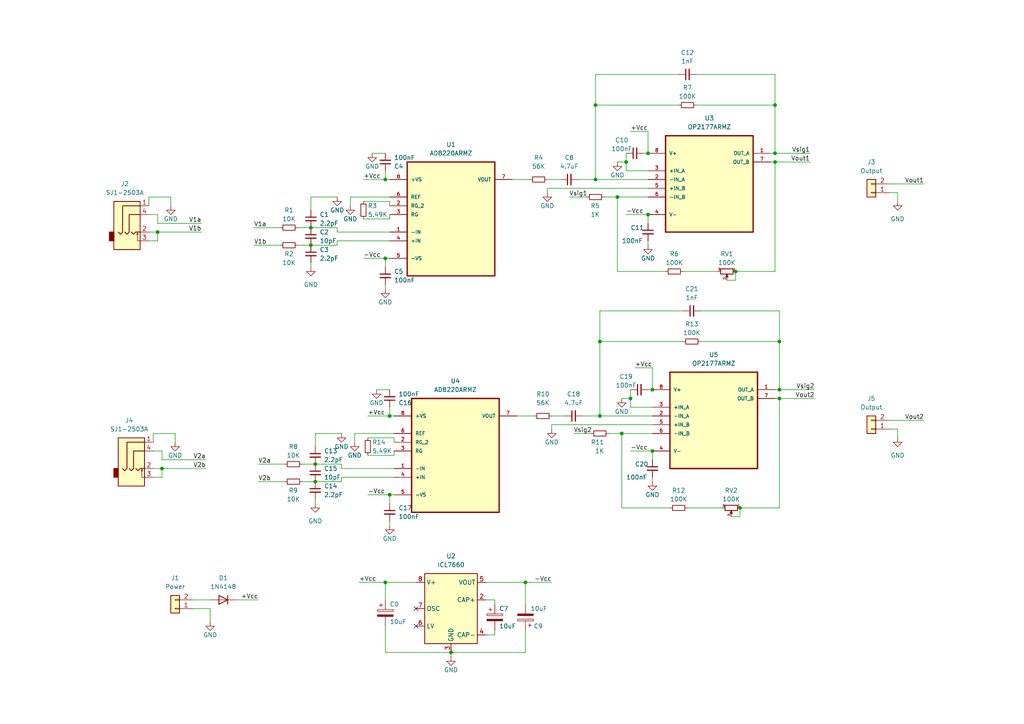
<source format=kicad_sch>
(kicad_sch (version 20211123) (generator eeschema)

  (uuid e63e39d7-6ac0-4ffd-8aa3-1841a4541b55)

  (paper "A4")

  (title_block
    (title "2-channel Differential Bio-amplifier")
    (date "2023-06-10")
    (rev "1.0")
    (company "RehabExo Pty Ltd")
    (comment 1 "Dr. Monzurul Alam")
  )

  (lib_symbols
    (symbol "Connector_Generic:Conn_01x02" (pin_names (offset 1.016) hide) (in_bom yes) (on_board yes)
      (property "Reference" "J" (id 0) (at 0 2.54 0)
        (effects (font (size 1.27 1.27)))
      )
      (property "Value" "Conn_01x02" (id 1) (at 0 -5.08 0)
        (effects (font (size 1.27 1.27)))
      )
      (property "Footprint" "" (id 2) (at 0 0 0)
        (effects (font (size 1.27 1.27)) hide)
      )
      (property "Datasheet" "~" (id 3) (at 0 0 0)
        (effects (font (size 1.27 1.27)) hide)
      )
      (property "ki_keywords" "connector" (id 4) (at 0 0 0)
        (effects (font (size 1.27 1.27)) hide)
      )
      (property "ki_description" "Generic connector, single row, 01x02, script generated (kicad-library-utils/schlib/autogen/connector/)" (id 5) (at 0 0 0)
        (effects (font (size 1.27 1.27)) hide)
      )
      (property "ki_fp_filters" "Connector*:*_1x??_*" (id 6) (at 0 0 0)
        (effects (font (size 1.27 1.27)) hide)
      )
      (symbol "Conn_01x02_1_1"
        (rectangle (start -1.27 -2.413) (end 0 -2.667)
          (stroke (width 0.1524) (type default) (color 0 0 0 0))
          (fill (type none))
        )
        (rectangle (start -1.27 0.127) (end 0 -0.127)
          (stroke (width 0.1524) (type default) (color 0 0 0 0))
          (fill (type none))
        )
        (rectangle (start -1.27 1.27) (end 1.27 -3.81)
          (stroke (width 0.254) (type default) (color 0 0 0 0))
          (fill (type background))
        )
        (pin passive line (at -5.08 0 0) (length 3.81)
          (name "Pin_1" (effects (font (size 1.27 1.27))))
          (number "1" (effects (font (size 1.27 1.27))))
        )
        (pin passive line (at -5.08 -2.54 0) (length 3.81)
          (name "Pin_2" (effects (font (size 1.27 1.27))))
          (number "2" (effects (font (size 1.27 1.27))))
        )
      )
    )
    (symbol "Device:C_Polarized" (pin_numbers hide) (pin_names (offset 0.254)) (in_bom yes) (on_board yes)
      (property "Reference" "C" (id 0) (at 0.635 2.54 0)
        (effects (font (size 1.27 1.27)) (justify left))
      )
      (property "Value" "C_Polarized" (id 1) (at 0.635 -2.54 0)
        (effects (font (size 1.27 1.27)) (justify left))
      )
      (property "Footprint" "" (id 2) (at 0.9652 -3.81 0)
        (effects (font (size 1.27 1.27)) hide)
      )
      (property "Datasheet" "~" (id 3) (at 0 0 0)
        (effects (font (size 1.27 1.27)) hide)
      )
      (property "ki_keywords" "cap capacitor" (id 4) (at 0 0 0)
        (effects (font (size 1.27 1.27)) hide)
      )
      (property "ki_description" "Polarized capacitor" (id 5) (at 0 0 0)
        (effects (font (size 1.27 1.27)) hide)
      )
      (property "ki_fp_filters" "CP_*" (id 6) (at 0 0 0)
        (effects (font (size 1.27 1.27)) hide)
      )
      (symbol "C_Polarized_0_1"
        (rectangle (start -2.286 0.508) (end 2.286 1.016)
          (stroke (width 0) (type default) (color 0 0 0 0))
          (fill (type none))
        )
        (polyline
          (pts
            (xy -1.778 2.286)
            (xy -0.762 2.286)
          )
          (stroke (width 0) (type default) (color 0 0 0 0))
          (fill (type none))
        )
        (polyline
          (pts
            (xy -1.27 2.794)
            (xy -1.27 1.778)
          )
          (stroke (width 0) (type default) (color 0 0 0 0))
          (fill (type none))
        )
        (rectangle (start 2.286 -0.508) (end -2.286 -1.016)
          (stroke (width 0) (type default) (color 0 0 0 0))
          (fill (type outline))
        )
      )
      (symbol "C_Polarized_1_1"
        (pin passive line (at 0 3.81 270) (length 2.794)
          (name "~" (effects (font (size 1.27 1.27))))
          (number "1" (effects (font (size 1.27 1.27))))
        )
        (pin passive line (at 0 -3.81 90) (length 2.794)
          (name "~" (effects (font (size 1.27 1.27))))
          (number "2" (effects (font (size 1.27 1.27))))
        )
      )
    )
    (symbol "Device:C_Small" (pin_numbers hide) (pin_names (offset 0.254) hide) (in_bom yes) (on_board yes)
      (property "Reference" "C" (id 0) (at 0.254 1.778 0)
        (effects (font (size 1.27 1.27)) (justify left))
      )
      (property "Value" "C_Small" (id 1) (at 0.254 -2.032 0)
        (effects (font (size 1.27 1.27)) (justify left))
      )
      (property "Footprint" "" (id 2) (at 0 0 0)
        (effects (font (size 1.27 1.27)) hide)
      )
      (property "Datasheet" "~" (id 3) (at 0 0 0)
        (effects (font (size 1.27 1.27)) hide)
      )
      (property "ki_keywords" "capacitor cap" (id 4) (at 0 0 0)
        (effects (font (size 1.27 1.27)) hide)
      )
      (property "ki_description" "Unpolarized capacitor, small symbol" (id 5) (at 0 0 0)
        (effects (font (size 1.27 1.27)) hide)
      )
      (property "ki_fp_filters" "C_*" (id 6) (at 0 0 0)
        (effects (font (size 1.27 1.27)) hide)
      )
      (symbol "C_Small_0_1"
        (polyline
          (pts
            (xy -1.524 -0.508)
            (xy 1.524 -0.508)
          )
          (stroke (width 0.3302) (type default) (color 0 0 0 0))
          (fill (type none))
        )
        (polyline
          (pts
            (xy -1.524 0.508)
            (xy 1.524 0.508)
          )
          (stroke (width 0.3048) (type default) (color 0 0 0 0))
          (fill (type none))
        )
      )
      (symbol "C_Small_1_1"
        (pin passive line (at 0 2.54 270) (length 2.032)
          (name "~" (effects (font (size 1.27 1.27))))
          (number "1" (effects (font (size 1.27 1.27))))
        )
        (pin passive line (at 0 -2.54 90) (length 2.032)
          (name "~" (effects (font (size 1.27 1.27))))
          (number "2" (effects (font (size 1.27 1.27))))
        )
      )
    )
    (symbol "Device:R_Potentiometer_Small" (pin_names (offset 1.016) hide) (in_bom yes) (on_board yes)
      (property "Reference" "RV" (id 0) (at -4.445 0 90)
        (effects (font (size 1.27 1.27)))
      )
      (property "Value" "R_Potentiometer_Small" (id 1) (at -2.54 0 90)
        (effects (font (size 1.27 1.27)))
      )
      (property "Footprint" "" (id 2) (at 0 0 0)
        (effects (font (size 1.27 1.27)) hide)
      )
      (property "Datasheet" "~" (id 3) (at 0 0 0)
        (effects (font (size 1.27 1.27)) hide)
      )
      (property "ki_keywords" "resistor variable" (id 4) (at 0 0 0)
        (effects (font (size 1.27 1.27)) hide)
      )
      (property "ki_description" "Potentiometer" (id 5) (at 0 0 0)
        (effects (font (size 1.27 1.27)) hide)
      )
      (property "ki_fp_filters" "Potentiometer*" (id 6) (at 0 0 0)
        (effects (font (size 1.27 1.27)) hide)
      )
      (symbol "R_Potentiometer_Small_0_1"
        (polyline
          (pts
            (xy 0.889 0)
            (xy 0.635 0)
            (xy 1.651 0.381)
            (xy 1.651 -0.381)
            (xy 0.635 0)
            (xy 0.889 0)
          )
          (stroke (width 0) (type default) (color 0 0 0 0))
          (fill (type outline))
        )
        (rectangle (start 0.762 1.8034) (end -0.762 -1.8034)
          (stroke (width 0.254) (type default) (color 0 0 0 0))
          (fill (type none))
        )
      )
      (symbol "R_Potentiometer_Small_1_1"
        (pin passive line (at 0 2.54 270) (length 0.635)
          (name "1" (effects (font (size 0.635 0.635))))
          (number "1" (effects (font (size 0.635 0.635))))
        )
        (pin passive line (at 2.54 0 180) (length 0.9906)
          (name "2" (effects (font (size 0.635 0.635))))
          (number "2" (effects (font (size 0.635 0.635))))
        )
        (pin passive line (at 0 -2.54 90) (length 0.635)
          (name "3" (effects (font (size 0.635 0.635))))
          (number "3" (effects (font (size 0.635 0.635))))
        )
      )
    )
    (symbol "Device:R_Small" (pin_numbers hide) (pin_names (offset 0.254) hide) (in_bom yes) (on_board yes)
      (property "Reference" "R" (id 0) (at 0.762 0.508 0)
        (effects (font (size 1.27 1.27)) (justify left))
      )
      (property "Value" "R_Small" (id 1) (at 0.762 -1.016 0)
        (effects (font (size 1.27 1.27)) (justify left))
      )
      (property "Footprint" "" (id 2) (at 0 0 0)
        (effects (font (size 1.27 1.27)) hide)
      )
      (property "Datasheet" "~" (id 3) (at 0 0 0)
        (effects (font (size 1.27 1.27)) hide)
      )
      (property "ki_keywords" "R resistor" (id 4) (at 0 0 0)
        (effects (font (size 1.27 1.27)) hide)
      )
      (property "ki_description" "Resistor, small symbol" (id 5) (at 0 0 0)
        (effects (font (size 1.27 1.27)) hide)
      )
      (property "ki_fp_filters" "R_*" (id 6) (at 0 0 0)
        (effects (font (size 1.27 1.27)) hide)
      )
      (symbol "R_Small_0_1"
        (rectangle (start -0.762 1.778) (end 0.762 -1.778)
          (stroke (width 0.2032) (type default) (color 0 0 0 0))
          (fill (type none))
        )
      )
      (symbol "R_Small_1_1"
        (pin passive line (at 0 2.54 270) (length 0.762)
          (name "~" (effects (font (size 1.27 1.27))))
          (number "1" (effects (font (size 1.27 1.27))))
        )
        (pin passive line (at 0 -2.54 90) (length 0.762)
          (name "~" (effects (font (size 1.27 1.27))))
          (number "2" (effects (font (size 1.27 1.27))))
        )
      )
    )
    (symbol "Diode:1N4148" (pin_numbers hide) (pin_names (offset 1.016) hide) (in_bom yes) (on_board yes)
      (property "Reference" "D" (id 0) (at 0 2.54 0)
        (effects (font (size 1.27 1.27)))
      )
      (property "Value" "1N4148" (id 1) (at 0 -2.54 0)
        (effects (font (size 1.27 1.27)))
      )
      (property "Footprint" "Diode_THT:D_DO-35_SOD27_P7.62mm_Horizontal" (id 2) (at 0 -4.445 0)
        (effects (font (size 1.27 1.27)) hide)
      )
      (property "Datasheet" "https://assets.nexperia.com/documents/data-sheet/1N4148_1N4448.pdf" (id 3) (at 0 0 0)
        (effects (font (size 1.27 1.27)) hide)
      )
      (property "ki_keywords" "diode" (id 4) (at 0 0 0)
        (effects (font (size 1.27 1.27)) hide)
      )
      (property "ki_description" "100V 0.15A standard switching diode, DO-35" (id 5) (at 0 0 0)
        (effects (font (size 1.27 1.27)) hide)
      )
      (property "ki_fp_filters" "D*DO?35*" (id 6) (at 0 0 0)
        (effects (font (size 1.27 1.27)) hide)
      )
      (symbol "1N4148_0_1"
        (polyline
          (pts
            (xy -1.27 1.27)
            (xy -1.27 -1.27)
          )
          (stroke (width 0.254) (type default) (color 0 0 0 0))
          (fill (type none))
        )
        (polyline
          (pts
            (xy 1.27 0)
            (xy -1.27 0)
          )
          (stroke (width 0) (type default) (color 0 0 0 0))
          (fill (type none))
        )
        (polyline
          (pts
            (xy 1.27 1.27)
            (xy 1.27 -1.27)
            (xy -1.27 0)
            (xy 1.27 1.27)
          )
          (stroke (width 0.254) (type default) (color 0 0 0 0))
          (fill (type none))
        )
      )
      (symbol "1N4148_1_1"
        (pin passive line (at -3.81 0 0) (length 2.54)
          (name "K" (effects (font (size 1.27 1.27))))
          (number "1" (effects (font (size 1.27 1.27))))
        )
        (pin passive line (at 3.81 0 180) (length 2.54)
          (name "A" (effects (font (size 1.27 1.27))))
          (number "2" (effects (font (size 1.27 1.27))))
        )
      )
    )
    (symbol "Regulator_SwitchedCapacitor:ICL7660" (in_bom yes) (on_board yes)
      (property "Reference" "U" (id 0) (at -6.35 11.43 0)
        (effects (font (size 1.27 1.27)))
      )
      (property "Value" "ICL7660" (id 1) (at 3.81 11.43 0)
        (effects (font (size 1.27 1.27)))
      )
      (property "Footprint" "" (id 2) (at 2.54 -2.54 0)
        (effects (font (size 1.27 1.27)) hide)
      )
      (property "Datasheet" "http://datasheets.maximintegrated.com/en/ds/ICL7660-MAX1044.pdf" (id 3) (at 2.54 -2.54 0)
        (effects (font (size 1.27 1.27)) hide)
      )
      (property "ki_keywords" "monolithic CMOS switched capacitor voltage converter invert double divide multiply" (id 4) (at 0 0 0)
        (effects (font (size 1.27 1.27)) hide)
      )
      (property "ki_description" "Switched-Capacitor Voltage Converter, 1.5V to 10.0V operating supply voltage, 10mA with a 0.5V output drop, SO-8/DIP-8/µMAX-8/TO-99" (id 5) (at 0 0 0)
        (effects (font (size 1.27 1.27)) hide)
      )
      (property "ki_fp_filters" "DIP*W7.62mm* SOIC*3.9x4.9mm* MSOP*3x3mm*P0.65mm* TO?99*" (id 6) (at 0 0 0)
        (effects (font (size 1.27 1.27)) hide)
      )
      (symbol "ICL7660_0_1"
        (rectangle (start -7.62 10.16) (end 7.62 -10.16)
          (stroke (width 0.254) (type default) (color 0 0 0 0))
          (fill (type background))
        )
      )
      (symbol "ICL7660_1_1"
        (pin no_connect line (at -7.62 5.08 0) (length 2.54) hide
          (name "NC" (effects (font (size 1.27 1.27))))
          (number "1" (effects (font (size 1.27 1.27))))
        )
        (pin input line (at 10.16 2.54 180) (length 2.54)
          (name "CAP+" (effects (font (size 1.27 1.27))))
          (number "2" (effects (font (size 1.27 1.27))))
        )
        (pin power_in line (at 0 -12.7 90) (length 2.54)
          (name "GND" (effects (font (size 1.27 1.27))))
          (number "3" (effects (font (size 1.27 1.27))))
        )
        (pin input line (at 10.16 -7.62 180) (length 2.54)
          (name "CAP-" (effects (font (size 1.27 1.27))))
          (number "4" (effects (font (size 1.27 1.27))))
        )
        (pin power_out line (at 10.16 7.62 180) (length 2.54)
          (name "VOUT" (effects (font (size 1.27 1.27))))
          (number "5" (effects (font (size 1.27 1.27))))
        )
        (pin input line (at -10.16 -5.08 0) (length 2.54)
          (name "LV" (effects (font (size 1.27 1.27))))
          (number "6" (effects (font (size 1.27 1.27))))
        )
        (pin input line (at -10.16 0 0) (length 2.54)
          (name "OSC" (effects (font (size 1.27 1.27))))
          (number "7" (effects (font (size 1.27 1.27))))
        )
        (pin power_in line (at -10.16 7.62 0) (length 2.54)
          (name "V+" (effects (font (size 1.27 1.27))))
          (number "8" (effects (font (size 1.27 1.27))))
        )
      )
    )
    (symbol "RehabExo:AD8220ARMZ" (pin_names (offset 1.016)) (in_bom yes) (on_board yes)
      (property "Reference" "U" (id 0) (at -4.4742 15.8124 0)
        (effects (font (size 1.27 1.27)) (justify left bottom))
      )
      (property "Value" "AD8220ARMZ" (id 1) (at -5.1909 -25.2165 0)
        (effects (font (size 1.27 1.27)) (justify left bottom))
      )
      (property "Footprint" "SOP65P490X110-8N" (id 2) (at 0 3.81 0)
        (effects (font (size 1.27 1.27)) (justify bottom) hide)
      )
      (property "Datasheet" "" (id 3) (at 0 0 0)
        (effects (font (size 1.27 1.27)) hide)
      )
      (property "SUPPLIER" "Analog Devices" (id 4) (at 0 -3.81 0)
        (effects (font (size 1.27 1.27)) (justify bottom) hide)
      )
      (property "OC_FARNELL" "1274225" (id 5) (at 0 -7.62 0)
        (effects (font (size 1.27 1.27)) (justify bottom) hide)
      )
      (property "OC_NEWARK" "19M0944" (id 6) (at 0 -10.16 0)
        (effects (font (size 1.27 1.27)) (justify bottom) hide)
      )
      (property "MPN" "AD8220ARMZ" (id 7) (at 0 -13.97 0)
        (effects (font (size 1.27 1.27)) (justify bottom) hide)
      )
      (property "PACKAGE" "MSOP-8" (id 8) (at 0 1.27 0)
        (effects (font (size 1.27 1.27)) (justify bottom) hide)
      )
      (symbol "AD8220ARMZ_0_0"
        (rectangle (start -12.7 -20.32) (end 12.7 12.7)
          (stroke (width 0.4064) (type default) (color 0 0 0 0))
          (fill (type background))
        )
        (pin input line (at -17.78 -7.62 0) (length 5.08)
          (name "-IN" (effects (font (size 1.016 1.016))))
          (number "1" (effects (font (size 1.016 1.016))))
        )
        (pin passive line (at -17.78 0 0) (length 5.08)
          (name "RG_2" (effects (font (size 1.016 1.016))))
          (number "2" (effects (font (size 1.016 1.016))))
        )
        (pin passive line (at -17.78 -2.54 0) (length 5.08)
          (name "RG" (effects (font (size 1.016 1.016))))
          (number "3" (effects (font (size 1.016 1.016))))
        )
        (pin input line (at -17.78 -10.16 0) (length 5.08)
          (name "+IN" (effects (font (size 1.016 1.016))))
          (number "4" (effects (font (size 1.016 1.016))))
        )
        (pin power_in line (at -17.78 -15.24 0) (length 5.08)
          (name "-VS" (effects (font (size 1.016 1.016))))
          (number "5" (effects (font (size 1.016 1.016))))
        )
        (pin passive line (at -17.78 2.54 0) (length 5.08)
          (name "REF" (effects (font (size 1.016 1.016))))
          (number "6" (effects (font (size 1.016 1.016))))
        )
        (pin output line (at 17.78 7.62 180) (length 5.08)
          (name "VOUT" (effects (font (size 1.016 1.016))))
          (number "7" (effects (font (size 1.016 1.016))))
        )
        (pin power_in line (at -17.78 7.62 0) (length 5.08)
          (name "+VS" (effects (font (size 1.016 1.016))))
          (number "8" (effects (font (size 1.016 1.016))))
        )
      )
    )
    (symbol "RehabExo:OP2177ARMZ" (pin_names (offset 1.016)) (in_bom yes) (on_board yes)
      (property "Reference" "U" (id 0) (at -4.9024 12.0148 0)
        (effects (font (size 1.27 1.27)) (justify left bottom))
      )
      (property "Value" "OP2177ARMZ" (id 1) (at -7.1151 -20.7862 0)
        (effects (font (size 1.27 1.27)) (justify left bottom))
      )
      (property "Footprint" "SOP65P490X110-8N" (id 2) (at 0 -11.43 0)
        (effects (font (size 1.27 1.27)) (justify bottom) hide)
      )
      (property "Datasheet" "" (id 3) (at 0 0 0)
        (effects (font (size 1.27 1.27)) hide)
      )
      (property "SUPPLIER" "Analog Devices" (id 4) (at 0 -15.24 0)
        (effects (font (size 1.27 1.27)) (justify bottom) hide)
      )
      (property "OC_FARNELL" "1843948" (id 5) (at 0 2.54 0)
        (effects (font (size 1.27 1.27)) (justify bottom) hide)
      )
      (property "OC_NEWARK" "22P9696" (id 6) (at 0 -2.54 0)
        (effects (font (size 1.27 1.27)) (justify bottom) hide)
      )
      (property "MPN" "OP2177ARMZ" (id 7) (at 0 0 0)
        (effects (font (size 1.27 1.27)) (justify bottom) hide)
      )
      (property "PACKAGE" "MSOP-8" (id 8) (at 0 5.08 0)
        (effects (font (size 1.27 1.27)) (justify bottom) hide)
      )
      (symbol "OP2177ARMZ_0_0"
        (rectangle (start -12.7 -17.78) (end 12.7 10.16)
          (stroke (width 0.4064) (type default) (color 0 0 0 0))
          (fill (type background))
        )
        (pin output line (at 17.78 5.08 180) (length 5.08)
          (name "OUT_A" (effects (font (size 1.016 1.016))))
          (number "1" (effects (font (size 1.016 1.016))))
        )
        (pin input line (at -17.78 -2.54 0) (length 5.08)
          (name "-IN_A" (effects (font (size 1.016 1.016))))
          (number "2" (effects (font (size 1.016 1.016))))
        )
        (pin input line (at -17.78 0 0) (length 5.08)
          (name "+IN_A" (effects (font (size 1.016 1.016))))
          (number "3" (effects (font (size 1.016 1.016))))
        )
        (pin power_in line (at -17.78 -12.7 0) (length 5.08)
          (name "V-" (effects (font (size 1.016 1.016))))
          (number "4" (effects (font (size 1.016 1.016))))
        )
        (pin input line (at -17.78 -5.08 0) (length 5.08)
          (name "+IN_B" (effects (font (size 1.016 1.016))))
          (number "5" (effects (font (size 1.016 1.016))))
        )
        (pin input line (at -17.78 -7.62 0) (length 5.08)
          (name "-IN_B" (effects (font (size 1.016 1.016))))
          (number "6" (effects (font (size 1.016 1.016))))
        )
        (pin output line (at 17.78 2.54 180) (length 5.08)
          (name "OUT_B" (effects (font (size 1.016 1.016))))
          (number "7" (effects (font (size 1.016 1.016))))
        )
        (pin power_in line (at -17.78 5.08 0) (length 5.08)
          (name "V+" (effects (font (size 1.016 1.016))))
          (number "8" (effects (font (size 1.016 1.016))))
        )
      )
    )
    (symbol "RehabExo:SJ1-2503A" (in_bom yes) (on_board yes)
      (property "Reference" "J2" (id 0) (at -1.905 8.89 0)
        (effects (font (size 1.27 1.27)))
      )
      (property "Value" "SJ1-2503A" (id 1) (at -1.905 6.35 0)
        (effects (font (size 1.27 1.27)))
      )
      (property "Footprint" "RehabExo:CUI_SJ1-2503A" (id 2) (at 0 0 0)
        (effects (font (size 1.27 1.27)) hide)
      )
      (property "Datasheet" "~" (id 3) (at 0 0 0)
        (effects (font (size 1.27 1.27)) hide)
      )
      (property "ki_keywords" "audio jack receptacle stereo headphones phones TRS connector" (id 4) (at 0 0 0)
        (effects (font (size 1.27 1.27)) hide)
      )
      (property "ki_description" "Audio Jack, 3 Poles (Stereo / TRS), Switched TR Poles (Normalling)" (id 5) (at 0 0 0)
        (effects (font (size 1.27 1.27)) hide)
      )
      (property "ki_fp_filters" "Jack*" (id 6) (at 0 0 0)
        (effects (font (size 1.27 1.27)) hide)
      )
      (symbol "SJ1-2503A_0_1"
        (rectangle (start -5.08 -5.08) (end -6.35 -7.62)
          (stroke (width 0.254) (type default) (color 0 0 0 0))
          (fill (type outline))
        )
        (polyline
          (pts
            (xy 1.778 -5.334)
            (xy 2.032 -5.842)
          )
          (stroke (width 0) (type default) (color 0 0 0 0))
          (fill (type none))
        )
        (polyline
          (pts
            (xy 0 -5.08)
            (xy 0.635 -5.715)
            (xy 1.27 -5.08)
            (xy 2.54 -5.08)
          )
          (stroke (width 0.254) (type default) (color 0 0 0 0))
          (fill (type none))
        )
        (polyline
          (pts
            (xy 2.54 -7.62)
            (xy 1.778 -7.62)
            (xy 1.778 -5.334)
            (xy 1.524 -5.842)
          )
          (stroke (width 0) (type default) (color 0 0 0 0))
          (fill (type none))
        )
        (polyline
          (pts
            (xy -1.905 -5.08)
            (xy -1.27 -5.715)
            (xy -0.635 -5.08)
            (xy -0.635 0)
            (xy 2.54 0)
          )
          (stroke (width 0.254) (type default) (color 0 0 0 0))
          (fill (type none))
        )
        (polyline
          (pts
            (xy 2.54 2.54)
            (xy -2.54 2.54)
            (xy -2.54 -5.08)
            (xy -3.175 -5.715)
            (xy -3.81 -5.08)
          )
          (stroke (width 0.254) (type default) (color 0 0 0 0))
          (fill (type none))
        )
        (rectangle (start 2.54 3.81) (end -5.08 -10.16)
          (stroke (width 0.254) (type default) (color 0 0 0 0))
          (fill (type background))
        )
      )
      (symbol "SJ1-2503A_1_1"
        (pin passive line (at 5.08 2.54 180) (length 2.54)
          (name "~" (effects (font (size 1.27 1.27))))
          (number "1" (effects (font (size 1.27 1.27))))
        )
        (pin passive line (at 5.08 -5.08 180) (length 2.54)
          (name "~" (effects (font (size 1.27 1.27))))
          (number "2" (effects (font (size 1.27 1.27))))
        )
        (pin passive line (at 5.08 -7.62 180) (length 2.54)
          (name "~" (effects (font (size 1.27 1.27))))
          (number "3" (effects (font (size 1.27 1.27))))
        )
        (pin passive line (at 5.08 0 180) (length 2.54)
          (name "~" (effects (font (size 1.27 1.27))))
          (number "4" (effects (font (size 1.27 1.27))))
        )
      )
    )
    (symbol "power:GND" (power) (pin_names (offset 0)) (in_bom yes) (on_board yes)
      (property "Reference" "#PWR" (id 0) (at 0 -6.35 0)
        (effects (font (size 1.27 1.27)) hide)
      )
      (property "Value" "GND" (id 1) (at 0 -3.81 0)
        (effects (font (size 1.27 1.27)))
      )
      (property "Footprint" "" (id 2) (at 0 0 0)
        (effects (font (size 1.27 1.27)) hide)
      )
      (property "Datasheet" "" (id 3) (at 0 0 0)
        (effects (font (size 1.27 1.27)) hide)
      )
      (property "ki_keywords" "power-flag" (id 4) (at 0 0 0)
        (effects (font (size 1.27 1.27)) hide)
      )
      (property "ki_description" "Power symbol creates a global label with name \"GND\" , ground" (id 5) (at 0 0 0)
        (effects (font (size 1.27 1.27)) hide)
      )
      (symbol "GND_0_1"
        (polyline
          (pts
            (xy 0 0)
            (xy 0 -1.27)
            (xy 1.27 -1.27)
            (xy 0 -2.54)
            (xy -1.27 -1.27)
            (xy 0 -1.27)
          )
          (stroke (width 0) (type default) (color 0 0 0 0))
          (fill (type none))
        )
      )
      (symbol "GND_1_1"
        (pin power_in line (at 0 0 270) (length 0) hide
          (name "GND" (effects (font (size 1.27 1.27))))
          (number "1" (effects (font (size 1.27 1.27))))
        )
      )
    )
  )

  (junction (at 189.23 113.03) (diameter 0) (color 0 0 0 0)
    (uuid 09dc85cb-84f5-4b5a-ac75-f40f4b623262)
  )
  (junction (at 180.34 125.73) (diameter 0) (color 0 0 0 0)
    (uuid 13b60532-2be5-4430-ae5e-9207d77254ba)
  )
  (junction (at 226.06 115.57) (diameter 0) (color 0 0 0 0)
    (uuid 1fdb00f2-9534-4467-b38f-1edd7870765a)
  )
  (junction (at 113.03 120.65) (diameter 0) (color 0 0 0 0)
    (uuid 22cc331f-e6d0-4597-a8cf-88719b1e6277)
  )
  (junction (at 224.79 46.99) (diameter 0) (color 0 0 0 0)
    (uuid 2b0ce9d8-e5a8-4ced-b2d1-07937172cc2d)
  )
  (junction (at 111.76 74.93) (diameter 0) (color 0 0 0 0)
    (uuid 331fca2f-00dd-4194-bcd3-6940ba754324)
  )
  (junction (at 90.17 71.12) (diameter 0) (color 0 0 0 0)
    (uuid 3561f999-5936-4dcf-bb4d-62af537bd011)
  )
  (junction (at 226.06 113.03) (diameter 0) (color 0 0 0 0)
    (uuid 6a4f66e9-912a-46fa-a6c5-6dcfa8c6d365)
  )
  (junction (at 130.81 189.23) (diameter 0) (color 0 0 0 0)
    (uuid 6dd2b754-648f-4d5a-a7b4-c004c9b993e3)
  )
  (junction (at 45.72 67.31) (diameter 0) (color 0 0 0 0)
    (uuid 6e8ee090-5e93-4356-be91-fa36b1e89379)
  )
  (junction (at 173.99 120.65) (diameter 0) (color 0 0 0 0)
    (uuid 78e2df3e-4cb4-4309-903e-19ea971de4f5)
  )
  (junction (at 224.79 30.48) (diameter 0) (color 0 0 0 0)
    (uuid 8f75cd58-c9f1-48a1-b28f-889e2dc11ddd)
  )
  (junction (at 226.06 99.06) (diameter 0) (color 0 0 0 0)
    (uuid 911e96d3-23df-4e94-8d9a-bc8d39e20814)
  )
  (junction (at 46.99 135.89) (diameter 0) (color 0 0 0 0)
    (uuid 99ebf3dd-39f4-4e9a-a4ee-dba64f495edc)
  )
  (junction (at 90.17 66.04) (diameter 0) (color 0 0 0 0)
    (uuid aa05eb4d-42c4-43e7-a48b-0d6dbbf6e306)
  )
  (junction (at 189.23 130.81) (diameter 0) (color 0 0 0 0)
    (uuid aa1e9ec2-ce30-402b-9d4e-1721a44e6dce)
  )
  (junction (at 91.44 139.7) (diameter 0) (color 0 0 0 0)
    (uuid aa574aa7-29fd-4f73-98dc-42e52d047318)
  )
  (junction (at 111.76 168.91) (diameter 0) (color 0 0 0 0)
    (uuid b9576a21-4e87-48a9-9a4d-19bbd796b268)
  )
  (junction (at 173.99 99.06) (diameter 0) (color 0 0 0 0)
    (uuid c371c0a2-6ed6-4f53-878c-8427e206cfff)
  )
  (junction (at 172.72 52.07) (diameter 0) (color 0 0 0 0)
    (uuid c75e8792-715c-4b5c-a6eb-bd6adec1d8d3)
  )
  (junction (at 91.44 134.62) (diameter 0) (color 0 0 0 0)
    (uuid c75eb14b-4dcb-4958-bbc1-ce6d2870ea8b)
  )
  (junction (at 152.4 168.91) (diameter 0) (color 0 0 0 0)
    (uuid cc1b77af-799a-48de-a9a3-c6ffc84bdf10)
  )
  (junction (at 214.63 147.32) (diameter 0) (color 0 0 0 0)
    (uuid cc75c371-8a2e-4f36-b987-06a761a2940b)
  )
  (junction (at 179.07 57.15) (diameter 0) (color 0 0 0 0)
    (uuid ce478f58-f93e-4a7e-945b-b1d5d7dd2cf5)
  )
  (junction (at 113.03 143.51) (diameter 0) (color 0 0 0 0)
    (uuid d26b6296-5360-4cd0-96e1-7a286760aff6)
  )
  (junction (at 213.36 78.74) (diameter 0) (color 0 0 0 0)
    (uuid d4298ac0-4845-45b4-8122-80254eedf816)
  )
  (junction (at 224.79 44.45) (diameter 0) (color 0 0 0 0)
    (uuid d906bcc2-5ba3-496c-ac0e-a4f405041232)
  )
  (junction (at 111.76 52.07) (diameter 0) (color 0 0 0 0)
    (uuid dacb71a5-c032-43ca-b9a2-95f389786d67)
  )
  (junction (at 187.96 44.45) (diameter 0) (color 0 0 0 0)
    (uuid e0b7acd7-6d7a-48aa-93f0-48f7c9b1c5a1)
  )
  (junction (at 181.61 46.99) (diameter 0) (color 0 0 0 0)
    (uuid e9073366-f7a1-46d1-bf29-55dc27979fb2)
  )
  (junction (at 172.72 30.48) (diameter 0) (color 0 0 0 0)
    (uuid e9ddbacf-db9e-4cf7-ab10-6754154d4a9a)
  )
  (junction (at 187.96 62.23) (diameter 0) (color 0 0 0 0)
    (uuid ebd0f565-f9ba-4bbd-ba8c-7df3f3b56711)
  )
  (junction (at 182.88 115.57) (diameter 0) (color 0 0 0 0)
    (uuid f1a7e426-5dc0-4a99-aa72-6fb19bb4b7ea)
  )

  (no_connect (at 120.65 181.61) (uuid 2da0c218-f525-488e-ae52-b37371a9c8c4))
  (no_connect (at 120.65 176.53) (uuid 4274c955-0ff2-4ffd-b308-32c7740d7229))

  (wire (pts (xy 74.93 134.62) (xy 82.55 134.62))
    (stroke (width 0) (type default) (color 0 0 0 0))
    (uuid 02360ead-ddb5-45de-819e-d6ebde9ed93a)
  )
  (wire (pts (xy 189.23 118.11) (xy 182.88 118.11))
    (stroke (width 0) (type default) (color 0 0 0 0))
    (uuid 059a0a2e-b267-4177-ab55-b2ab5fd4c5df)
  )
  (wire (pts (xy 224.79 78.74) (xy 213.36 78.74))
    (stroke (width 0) (type default) (color 0 0 0 0))
    (uuid 07a9f9f9-829c-43c9-bbe7-031f5e805038)
  )
  (wire (pts (xy 172.72 21.59) (xy 172.72 30.48))
    (stroke (width 0) (type default) (color 0 0 0 0))
    (uuid 0919d984-0b39-4945-b267-74c25d254bb1)
  )
  (wire (pts (xy 45.72 67.31) (xy 58.42 67.31))
    (stroke (width 0) (type default) (color 0 0 0 0))
    (uuid 0963a6ea-2cbb-4afb-b722-4b21405e0e41)
  )
  (wire (pts (xy 198.12 99.06) (xy 173.99 99.06))
    (stroke (width 0) (type default) (color 0 0 0 0))
    (uuid 0ca67d18-1712-45cc-a867-b71dd81dae54)
  )
  (wire (pts (xy 55.88 173.99) (xy 60.96 173.99))
    (stroke (width 0) (type default) (color 0 0 0 0))
    (uuid 0f421719-f160-492d-bab5-d03441391dd8)
  )
  (wire (pts (xy 181.61 44.45) (xy 181.61 46.99))
    (stroke (width 0) (type default) (color 0 0 0 0))
    (uuid 0f7b4435-6b14-4655-abfb-b6ff5e9a9c44)
  )
  (wire (pts (xy 113.03 67.31) (xy 97.79 67.31))
    (stroke (width 0) (type default) (color 0 0 0 0))
    (uuid 105246de-c9ae-4fdc-9fc3-c86c99693724)
  )
  (wire (pts (xy 187.96 54.61) (xy 158.75 54.61))
    (stroke (width 0) (type default) (color 0 0 0 0))
    (uuid 107a4ca7-37e8-41b4-8054-ba9f48425332)
  )
  (wire (pts (xy 74.93 139.7) (xy 82.55 139.7))
    (stroke (width 0) (type default) (color 0 0 0 0))
    (uuid 110b4f48-9349-4e58-b45f-ad1140387426)
  )
  (wire (pts (xy 182.88 113.03) (xy 182.88 115.57))
    (stroke (width 0) (type default) (color 0 0 0 0))
    (uuid 11816020-a4a9-4e5c-830c-566e25113315)
  )
  (wire (pts (xy 105.41 63.5) (xy 113.03 63.5))
    (stroke (width 0) (type default) (color 0 0 0 0))
    (uuid 133e728c-162d-4714-adc6-0d67035a35ff)
  )
  (wire (pts (xy 105.41 74.93) (xy 111.76 74.93))
    (stroke (width 0) (type default) (color 0 0 0 0))
    (uuid 13b1816d-38f9-4373-8687-614c17c6e282)
  )
  (wire (pts (xy 45.72 62.23) (xy 45.72 64.77))
    (stroke (width 0) (type default) (color 0 0 0 0))
    (uuid 14a77aa2-14ec-4e88-86a7-80a991a1380e)
  )
  (wire (pts (xy 99.06 138.43) (xy 99.06 139.7))
    (stroke (width 0) (type default) (color 0 0 0 0))
    (uuid 179334ae-4c69-45be-8c9e-11bbc40310c6)
  )
  (wire (pts (xy 260.35 58.42) (xy 260.35 55.88))
    (stroke (width 0) (type default) (color 0 0 0 0))
    (uuid 1834c86d-bbde-4be6-aeb8-2f6e6893a9c3)
  )
  (wire (pts (xy 186.69 44.45) (xy 187.96 44.45))
    (stroke (width 0) (type default) (color 0 0 0 0))
    (uuid 195122c0-3106-4edc-8d48-3fadd5454fa2)
  )
  (wire (pts (xy 113.03 151.13) (xy 113.03 152.4))
    (stroke (width 0) (type default) (color 0 0 0 0))
    (uuid 1b707a1e-0009-4bd9-be76-abd5587a9200)
  )
  (wire (pts (xy 60.96 180.34) (xy 60.96 176.53))
    (stroke (width 0) (type default) (color 0 0 0 0))
    (uuid 1d0dffe6-228c-49f6-9f97-f819f3823467)
  )
  (wire (pts (xy 90.17 76.2) (xy 90.17 77.47))
    (stroke (width 0) (type default) (color 0 0 0 0))
    (uuid 1dcc7404-858a-4a0d-ab6c-cc05ab15dfb2)
  )
  (wire (pts (xy 111.76 168.91) (xy 111.76 173.99))
    (stroke (width 0) (type default) (color 0 0 0 0))
    (uuid 1e21c9ee-ae48-4228-9e88-68062cbb2786)
  )
  (wire (pts (xy 203.2 90.17) (xy 226.06 90.17))
    (stroke (width 0) (type default) (color 0 0 0 0))
    (uuid 1ea428c9-6f65-40ea-a81e-65861de3065f)
  )
  (wire (pts (xy 113.03 118.11) (xy 113.03 120.65))
    (stroke (width 0) (type default) (color 0 0 0 0))
    (uuid 1fccb518-98ee-4123-ac71-cfe90eb5d074)
  )
  (wire (pts (xy 87.63 139.7) (xy 91.44 139.7))
    (stroke (width 0) (type default) (color 0 0 0 0))
    (uuid 234bbbbb-d2bf-42b2-8866-b90d79e694be)
  )
  (wire (pts (xy 43.18 62.23) (xy 45.72 62.23))
    (stroke (width 0) (type default) (color 0 0 0 0))
    (uuid 2444451f-73f0-43c9-bb3d-e2f493f5b6ac)
  )
  (wire (pts (xy 224.79 44.45) (xy 223.52 44.45))
    (stroke (width 0) (type default) (color 0 0 0 0))
    (uuid 25833480-ceb7-4fac-8b17-dfd89d242825)
  )
  (wire (pts (xy 165.1 57.15) (xy 170.18 57.15))
    (stroke (width 0) (type default) (color 0 0 0 0))
    (uuid 25c1c751-1314-4a40-8246-b27d96cfb841)
  )
  (wire (pts (xy 226.06 147.32) (xy 226.06 115.57))
    (stroke (width 0) (type default) (color 0 0 0 0))
    (uuid 29c84968-1443-4174-9ad3-9550e7e18c98)
  )
  (wire (pts (xy 55.88 176.53) (xy 60.96 176.53))
    (stroke (width 0) (type default) (color 0 0 0 0))
    (uuid 2a142531-bd13-4321-a287-1d7ffeb4b3c1)
  )
  (wire (pts (xy 46.99 133.35) (xy 59.69 133.35))
    (stroke (width 0) (type default) (color 0 0 0 0))
    (uuid 2aec56ab-1c72-40d8-ab0e-a2380c2f6c7a)
  )
  (wire (pts (xy 224.79 46.99) (xy 223.52 46.99))
    (stroke (width 0) (type default) (color 0 0 0 0))
    (uuid 2b4dac8c-85b9-4fc7-9f80-c540b8b08a93)
  )
  (wire (pts (xy 172.72 52.07) (xy 187.96 52.07))
    (stroke (width 0) (type default) (color 0 0 0 0))
    (uuid 2d82a8f4-46cc-432c-bdd5-fe61bc34b323)
  )
  (wire (pts (xy 187.96 44.45) (xy 187.96 38.1))
    (stroke (width 0) (type default) (color 0 0 0 0))
    (uuid 2dc2dabb-adc1-4d2b-bc57-d81e0a78e3e9)
  )
  (wire (pts (xy 158.75 54.61) (xy 158.75 55.88))
    (stroke (width 0) (type default) (color 0 0 0 0))
    (uuid 2e254b4c-e2a6-49db-a305-f9b5654e086f)
  )
  (wire (pts (xy 46.99 130.81) (xy 46.99 133.35))
    (stroke (width 0) (type default) (color 0 0 0 0))
    (uuid 2febe6a4-ee1f-4407-9b57-0e1b073fac7c)
  )
  (wire (pts (xy 175.26 57.15) (xy 179.07 57.15))
    (stroke (width 0) (type default) (color 0 0 0 0))
    (uuid 30d68b67-e29b-4150-848e-18b4befd633b)
  )
  (wire (pts (xy 179.07 57.15) (xy 179.07 78.74))
    (stroke (width 0) (type default) (color 0 0 0 0))
    (uuid 340ea987-b5e0-4c2c-9ed6-fd3e2d52af7c)
  )
  (wire (pts (xy 224.79 46.99) (xy 234.95 46.99))
    (stroke (width 0) (type default) (color 0 0 0 0))
    (uuid 35f4c16e-ac3d-4fde-9944-ad5721af5d1f)
  )
  (wire (pts (xy 73.66 66.04) (xy 81.28 66.04))
    (stroke (width 0) (type default) (color 0 0 0 0))
    (uuid 36bbb720-702c-4315-bffc-15ee58741bd7)
  )
  (wire (pts (xy 180.34 125.73) (xy 180.34 147.32))
    (stroke (width 0) (type default) (color 0 0 0 0))
    (uuid 37df0003-e4de-42aa-b1cb-01e589a0f3ea)
  )
  (wire (pts (xy 167.64 52.07) (xy 172.72 52.07))
    (stroke (width 0) (type default) (color 0 0 0 0))
    (uuid 38539919-33fd-4f62-ae73-5e87a3a8c73b)
  )
  (wire (pts (xy 173.99 99.06) (xy 173.99 120.65))
    (stroke (width 0) (type default) (color 0 0 0 0))
    (uuid 38afb6ac-bce1-465f-bfb9-aa0c93c99e97)
  )
  (wire (pts (xy 143.51 184.15) (xy 140.97 184.15))
    (stroke (width 0) (type default) (color 0 0 0 0))
    (uuid 3bd73262-7ee1-4541-8298-a0d7411e1d75)
  )
  (wire (pts (xy 99.06 125.73) (xy 91.44 125.73))
    (stroke (width 0) (type default) (color 0 0 0 0))
    (uuid 3eea8810-3754-4dcf-aee7-4e96780ed20f)
  )
  (wire (pts (xy 44.45 135.89) (xy 46.99 135.89))
    (stroke (width 0) (type default) (color 0 0 0 0))
    (uuid 4002d6f4-340a-4cf1-b3dd-68f715c3d638)
  )
  (wire (pts (xy 86.36 71.12) (xy 90.17 71.12))
    (stroke (width 0) (type default) (color 0 0 0 0))
    (uuid 41d4f8af-1867-4d58-b12b-9bef3ec5f44b)
  )
  (wire (pts (xy 196.85 21.59) (xy 172.72 21.59))
    (stroke (width 0) (type default) (color 0 0 0 0))
    (uuid 4354d91b-057f-4472-89ec-cff40741bc05)
  )
  (wire (pts (xy 143.51 182.88) (xy 143.51 184.15))
    (stroke (width 0) (type default) (color 0 0 0 0))
    (uuid 440e56b8-e696-4feb-9521-3e1f16f39a02)
  )
  (wire (pts (xy 193.04 78.74) (xy 179.07 78.74))
    (stroke (width 0) (type default) (color 0 0 0 0))
    (uuid 4669d9ff-c0ec-482a-b489-7c05d988bfaf)
  )
  (wire (pts (xy 224.79 21.59) (xy 224.79 30.48))
    (stroke (width 0) (type default) (color 0 0 0 0))
    (uuid 46f18020-4467-41c9-a4fd-dce9b40a5a5b)
  )
  (wire (pts (xy 106.68 120.65) (xy 113.03 120.65))
    (stroke (width 0) (type default) (color 0 0 0 0))
    (uuid 4a0b88ae-5866-462a-bc12-e1c83df21898)
  )
  (wire (pts (xy 49.53 59.69) (xy 49.53 57.15))
    (stroke (width 0) (type default) (color 0 0 0 0))
    (uuid 4b98562f-c596-4155-995a-acfad9338eb8)
  )
  (wire (pts (xy 189.23 138.43) (xy 189.23 139.7))
    (stroke (width 0) (type default) (color 0 0 0 0))
    (uuid 4f8126ff-a80f-4200-9d29-c522529a4fc6)
  )
  (wire (pts (xy 226.06 90.17) (xy 226.06 99.06))
    (stroke (width 0) (type default) (color 0 0 0 0))
    (uuid 500fed08-5ca1-4403-9cbb-5e5b5d077a3d)
  )
  (wire (pts (xy 113.03 143.51) (xy 113.03 146.05))
    (stroke (width 0) (type default) (color 0 0 0 0))
    (uuid 503bc8d7-1e6a-4468-9c00-66a0cd8c14a9)
  )
  (wire (pts (xy 173.99 120.65) (xy 189.23 120.65))
    (stroke (width 0) (type default) (color 0 0 0 0))
    (uuid 50f1a43a-b5fb-4456-8e6e-80a4f905dd2d)
  )
  (wire (pts (xy 68.58 173.99) (xy 74.93 173.99))
    (stroke (width 0) (type default) (color 0 0 0 0))
    (uuid 54499dfd-e5e4-4148-a99b-96d46faca42a)
  )
  (wire (pts (xy 198.12 90.17) (xy 173.99 90.17))
    (stroke (width 0) (type default) (color 0 0 0 0))
    (uuid 5600639f-23ac-4140-ae2d-2bd0eb34b245)
  )
  (wire (pts (xy 90.17 57.15) (xy 90.17 60.96))
    (stroke (width 0) (type default) (color 0 0 0 0))
    (uuid 5d2de054-a1a8-4caf-bfe7-6227b1fedc9a)
  )
  (wire (pts (xy 91.44 134.62) (xy 99.06 134.62))
    (stroke (width 0) (type default) (color 0 0 0 0))
    (uuid 5e2667fc-bc0b-4bcb-887c-c7d7bcb774c3)
  )
  (wire (pts (xy 187.96 64.77) (xy 187.96 62.23))
    (stroke (width 0) (type default) (color 0 0 0 0))
    (uuid 5f454174-87f0-4216-976a-0bb0d4386e86)
  )
  (wire (pts (xy 113.03 74.93) (xy 111.76 74.93))
    (stroke (width 0) (type default) (color 0 0 0 0))
    (uuid 5f9e0f25-b363-4ce6-8919-04173779bed4)
  )
  (wire (pts (xy 114.3 127) (xy 114.3 128.27))
    (stroke (width 0) (type default) (color 0 0 0 0))
    (uuid 61277860-96f6-4139-a2f4-89b591abbc1b)
  )
  (wire (pts (xy 114.3 125.73) (xy 102.87 125.73))
    (stroke (width 0) (type default) (color 0 0 0 0))
    (uuid 62afb7e4-8e31-44ef-9d84-f0a651501a27)
  )
  (wire (pts (xy 260.35 55.88) (xy 257.81 55.88))
    (stroke (width 0) (type default) (color 0 0 0 0))
    (uuid 6356508c-5251-4c65-80dd-7e189b2aed40)
  )
  (wire (pts (xy 111.76 74.93) (xy 111.76 77.47))
    (stroke (width 0) (type default) (color 0 0 0 0))
    (uuid 65278bfc-14d1-478b-8143-85b3c07e62c3)
  )
  (wire (pts (xy 114.3 130.81) (xy 114.3 132.08))
    (stroke (width 0) (type default) (color 0 0 0 0))
    (uuid 65ad38c9-3de1-423b-b645-ccf9d802d0e6)
  )
  (wire (pts (xy 73.66 71.12) (xy 81.28 71.12))
    (stroke (width 0) (type default) (color 0 0 0 0))
    (uuid 676e6c94-3afb-4169-a7f3-492a81da61c6)
  )
  (wire (pts (xy 111.76 168.91) (xy 120.65 168.91))
    (stroke (width 0) (type default) (color 0 0 0 0))
    (uuid 67c30321-5c30-4322-b326-e8f3625f5774)
  )
  (wire (pts (xy 113.03 58.42) (xy 113.03 59.69))
    (stroke (width 0) (type default) (color 0 0 0 0))
    (uuid 697eb581-3152-42f2-8cfa-b193c639d6e5)
  )
  (wire (pts (xy 182.88 38.1) (xy 187.96 38.1))
    (stroke (width 0) (type default) (color 0 0 0 0))
    (uuid 6981110e-1062-4802-9028-410496a9894a)
  )
  (wire (pts (xy 130.81 189.23) (xy 130.81 190.5))
    (stroke (width 0) (type default) (color 0 0 0 0))
    (uuid 6ad02073-0558-42a4-92fa-4add44c180cf)
  )
  (wire (pts (xy 182.88 118.11) (xy 182.88 115.57))
    (stroke (width 0) (type default) (color 0 0 0 0))
    (uuid 6b4b2766-9e67-40b6-b8c7-67b53a3f4e1a)
  )
  (wire (pts (xy 226.06 115.57) (xy 236.22 115.57))
    (stroke (width 0) (type default) (color 0 0 0 0))
    (uuid 6d4d76e8-a98e-425e-b6d2-4e773c40d5bc)
  )
  (wire (pts (xy 111.76 49.53) (xy 111.76 52.07))
    (stroke (width 0) (type default) (color 0 0 0 0))
    (uuid 6f5a540d-035c-4845-ac39-129c5cdec009)
  )
  (wire (pts (xy 196.85 30.48) (xy 172.72 30.48))
    (stroke (width 0) (type default) (color 0 0 0 0))
    (uuid 6f7485fa-3a45-4b65-b722-cd354ea0e900)
  )
  (wire (pts (xy 187.96 113.03) (xy 189.23 113.03))
    (stroke (width 0) (type default) (color 0 0 0 0))
    (uuid 71599ce5-386f-4312-aeb2-ee4969fa7441)
  )
  (wire (pts (xy 181.61 62.23) (xy 187.96 62.23))
    (stroke (width 0) (type default) (color 0 0 0 0))
    (uuid 744ed5e7-0c7e-4724-9cec-bb8e818427d4)
  )
  (wire (pts (xy 180.34 115.57) (xy 182.88 115.57))
    (stroke (width 0) (type default) (color 0 0 0 0))
    (uuid 7513ea99-faf1-4c6c-b81c-d295162ea57a)
  )
  (wire (pts (xy 189.23 123.19) (xy 160.02 123.19))
    (stroke (width 0) (type default) (color 0 0 0 0))
    (uuid 795aa8aa-31a8-4000-8247-da8fbc60bc2d)
  )
  (wire (pts (xy 97.79 67.31) (xy 97.79 66.04))
    (stroke (width 0) (type default) (color 0 0 0 0))
    (uuid 79d8cc8c-e269-4123-9a7d-92ffcff2671b)
  )
  (wire (pts (xy 113.03 52.07) (xy 111.76 52.07))
    (stroke (width 0) (type default) (color 0 0 0 0))
    (uuid 7a87926d-df35-4cb1-ae8d-8eebe9db17c5)
  )
  (wire (pts (xy 44.45 125.73) (xy 50.8 125.73))
    (stroke (width 0) (type default) (color 0 0 0 0))
    (uuid 7b7d8db0-5b9b-40ff-b788-5f786b3ff158)
  )
  (wire (pts (xy 179.07 57.15) (xy 187.96 57.15))
    (stroke (width 0) (type default) (color 0 0 0 0))
    (uuid 7d1502a8-28fe-4d91-a049-c97057fd517f)
  )
  (wire (pts (xy 260.35 124.46) (xy 257.81 124.46))
    (stroke (width 0) (type default) (color 0 0 0 0))
    (uuid 7e7c0070-8270-47fb-895b-686aedd14a71)
  )
  (wire (pts (xy 102.87 125.73) (xy 102.87 128.27))
    (stroke (width 0) (type default) (color 0 0 0 0))
    (uuid 7fa1fe51-1a64-428a-b4dc-ca9a82219e10)
  )
  (wire (pts (xy 166.37 125.73) (xy 171.45 125.73))
    (stroke (width 0) (type default) (color 0 0 0 0))
    (uuid 80697577-da85-40d6-a33d-2e89e462d7ff)
  )
  (wire (pts (xy 180.34 125.73) (xy 189.23 125.73))
    (stroke (width 0) (type default) (color 0 0 0 0))
    (uuid 80df9372-1c57-4cdd-8231-0d2fceac2bca)
  )
  (wire (pts (xy 45.72 69.85) (xy 45.72 67.31))
    (stroke (width 0) (type default) (color 0 0 0 0))
    (uuid 83409154-c030-4520-9a00-32faf2eb342a)
  )
  (wire (pts (xy 111.76 181.61) (xy 111.76 189.23))
    (stroke (width 0) (type default) (color 0 0 0 0))
    (uuid 8713e68f-7626-481a-a44d-f58129c3a375)
  )
  (wire (pts (xy 152.4 182.88) (xy 152.4 189.23))
    (stroke (width 0) (type default) (color 0 0 0 0))
    (uuid 87a79b8f-2884-4c6d-9e08-6da03103a9bc)
  )
  (wire (pts (xy 99.06 135.89) (xy 99.06 134.62))
    (stroke (width 0) (type default) (color 0 0 0 0))
    (uuid 87c251ef-53f1-40bf-a120-5e0091af1177)
  )
  (wire (pts (xy 111.76 189.23) (xy 130.81 189.23))
    (stroke (width 0) (type default) (color 0 0 0 0))
    (uuid 88abd5d5-43b1-41ac-a871-81158abdc280)
  )
  (wire (pts (xy 105.41 52.07) (xy 111.76 52.07))
    (stroke (width 0) (type default) (color 0 0 0 0))
    (uuid 89976b55-2698-47a5-a9e0-9e3b0e239da1)
  )
  (wire (pts (xy 111.76 82.55) (xy 111.76 83.82))
    (stroke (width 0) (type default) (color 0 0 0 0))
    (uuid 89d687e9-8902-4af1-8043-9aa106178e65)
  )
  (wire (pts (xy 152.4 168.91) (xy 152.4 175.26))
    (stroke (width 0) (type default) (color 0 0 0 0))
    (uuid 8f49d87f-befd-444f-8bc1-dc45adf26600)
  )
  (wire (pts (xy 105.41 58.42) (xy 113.03 58.42))
    (stroke (width 0) (type default) (color 0 0 0 0))
    (uuid 8fbe5c43-e0d1-4f68-803a-33ef56ff8ec9)
  )
  (wire (pts (xy 187.96 49.53) (xy 181.61 49.53))
    (stroke (width 0) (type default) (color 0 0 0 0))
    (uuid 92815045-58fb-4960-8073-aa564b79ca18)
  )
  (wire (pts (xy 213.36 78.74) (xy 213.36 81.28))
    (stroke (width 0) (type default) (color 0 0 0 0))
    (uuid 92f62e68-c918-4246-80f6-28eca1ede8b7)
  )
  (wire (pts (xy 43.18 67.31) (xy 45.72 67.31))
    (stroke (width 0) (type default) (color 0 0 0 0))
    (uuid 93ac230c-ea7e-4081-9108-43e82884346c)
  )
  (wire (pts (xy 149.86 120.65) (xy 154.94 120.65))
    (stroke (width 0) (type default) (color 0 0 0 0))
    (uuid 94ac7e21-96e5-41e1-aefc-d980d1c99536)
  )
  (wire (pts (xy 203.2 99.06) (xy 226.06 99.06))
    (stroke (width 0) (type default) (color 0 0 0 0))
    (uuid 95e8c417-4c94-4759-9bc9-e0d80bf49c51)
  )
  (wire (pts (xy 91.44 125.73) (xy 91.44 129.54))
    (stroke (width 0) (type default) (color 0 0 0 0))
    (uuid 9971752f-cdb2-46e5-851d-99c2922868b1)
  )
  (wire (pts (xy 226.06 99.06) (xy 226.06 113.03))
    (stroke (width 0) (type default) (color 0 0 0 0))
    (uuid 997f0e98-51d2-46ee-b6cb-1402e8ab63fa)
  )
  (wire (pts (xy 114.3 143.51) (xy 113.03 143.51))
    (stroke (width 0) (type default) (color 0 0 0 0))
    (uuid 9a1740d9-d468-45da-b851-a6e03909bf1b)
  )
  (wire (pts (xy 210.82 81.28) (xy 213.36 81.28))
    (stroke (width 0) (type default) (color 0 0 0 0))
    (uuid 9acb9b2f-726f-4665-be5f-14e938ac88a8)
  )
  (wire (pts (xy 106.68 127) (xy 114.3 127))
    (stroke (width 0) (type default) (color 0 0 0 0))
    (uuid 9b6661a1-ec76-4886-9aaa-c40d0b0fd876)
  )
  (wire (pts (xy 50.8 128.27) (xy 50.8 125.73))
    (stroke (width 0) (type default) (color 0 0 0 0))
    (uuid 9cecb2f2-65b4-4d6f-93c6-0fc3dfaecce4)
  )
  (wire (pts (xy 46.99 138.43) (xy 46.99 135.89))
    (stroke (width 0) (type default) (color 0 0 0 0))
    (uuid 9d409977-bc03-4664-a920-5d201b7c6de4)
  )
  (wire (pts (xy 114.3 120.65) (xy 113.03 120.65))
    (stroke (width 0) (type default) (color 0 0 0 0))
    (uuid 9d46bb75-9a75-40dc-975a-a95aca187aeb)
  )
  (wire (pts (xy 140.97 168.91) (xy 152.4 168.91))
    (stroke (width 0) (type default) (color 0 0 0 0))
    (uuid a05199a1-3017-4a2a-b893-ebc3b2f9310b)
  )
  (wire (pts (xy 90.17 66.04) (xy 97.79 66.04))
    (stroke (width 0) (type default) (color 0 0 0 0))
    (uuid a1403ee5-47d0-42c2-b674-d4f93f291c27)
  )
  (wire (pts (xy 101.6 57.15) (xy 101.6 59.69))
    (stroke (width 0) (type default) (color 0 0 0 0))
    (uuid a1fe7c02-942c-4c08-97d9-5ea85d13c90d)
  )
  (wire (pts (xy 97.79 57.15) (xy 90.17 57.15))
    (stroke (width 0) (type default) (color 0 0 0 0))
    (uuid a2119497-287d-430d-abbc-dd3ff27f00f3)
  )
  (wire (pts (xy 201.93 30.48) (xy 224.79 30.48))
    (stroke (width 0) (type default) (color 0 0 0 0))
    (uuid a5385ea8-ca32-4aca-a4a0-797cec2e9b1d)
  )
  (wire (pts (xy 106.68 143.51) (xy 113.03 143.51))
    (stroke (width 0) (type default) (color 0 0 0 0))
    (uuid aa036d70-9500-4cf6-93e3-b95e441505e4)
  )
  (wire (pts (xy 160.02 120.65) (xy 163.83 120.65))
    (stroke (width 0) (type default) (color 0 0 0 0))
    (uuid ab76e758-8c37-4864-ad16-493f23e21f4d)
  )
  (wire (pts (xy 257.81 121.92) (xy 267.97 121.92))
    (stroke (width 0) (type default) (color 0 0 0 0))
    (uuid ae967276-2a7a-4979-8e74-1d0b4863b81d)
  )
  (wire (pts (xy 143.51 175.26) (xy 143.51 173.99))
    (stroke (width 0) (type default) (color 0 0 0 0))
    (uuid b0228418-dad2-4b8d-a837-f46810bb487f)
  )
  (wire (pts (xy 224.79 44.45) (xy 234.95 44.45))
    (stroke (width 0) (type default) (color 0 0 0 0))
    (uuid b16840a8-7f34-4513-a8a6-ec1b1a83a139)
  )
  (wire (pts (xy 106.68 132.08) (xy 114.3 132.08))
    (stroke (width 0) (type default) (color 0 0 0 0))
    (uuid b1f72f13-86d1-4829-b740-203d00e5e304)
  )
  (wire (pts (xy 113.03 57.15) (xy 101.6 57.15))
    (stroke (width 0) (type default) (color 0 0 0 0))
    (uuid b7f9c9bd-ecba-4a8b-9419-cca0390ca926)
  )
  (wire (pts (xy 44.45 125.73) (xy 44.45 128.27))
    (stroke (width 0) (type default) (color 0 0 0 0))
    (uuid b9dadcf3-04fb-4b02-92ab-bdeebc64de60)
  )
  (wire (pts (xy 187.96 69.85) (xy 187.96 71.12))
    (stroke (width 0) (type default) (color 0 0 0 0))
    (uuid bb4fd7a5-8bcd-41cf-ab8f-29a58e8d42c2)
  )
  (wire (pts (xy 260.35 127) (xy 260.35 124.46))
    (stroke (width 0) (type default) (color 0 0 0 0))
    (uuid bbe8bf6d-ae3d-4224-b3cc-9564a88b6878)
  )
  (wire (pts (xy 152.4 189.23) (xy 130.81 189.23))
    (stroke (width 0) (type default) (color 0 0 0 0))
    (uuid bc8836f4-9951-4b33-96ef-07d16eafd9ac)
  )
  (wire (pts (xy 43.18 69.85) (xy 45.72 69.85))
    (stroke (width 0) (type default) (color 0 0 0 0))
    (uuid bcb7dca1-d956-47d8-ad71-07a9fddd2547)
  )
  (wire (pts (xy 224.79 78.74) (xy 224.79 46.99))
    (stroke (width 0) (type default) (color 0 0 0 0))
    (uuid bda8db5b-1907-4120-9406-d14df85516b2)
  )
  (wire (pts (xy 114.3 138.43) (xy 99.06 138.43))
    (stroke (width 0) (type default) (color 0 0 0 0))
    (uuid bdd93b3c-9e3e-4060-a851-d18edf92d708)
  )
  (wire (pts (xy 168.91 120.65) (xy 173.99 120.65))
    (stroke (width 0) (type default) (color 0 0 0 0))
    (uuid beff2b7d-eb5b-46e7-8142-77c3868a3d50)
  )
  (wire (pts (xy 173.99 90.17) (xy 173.99 99.06))
    (stroke (width 0) (type default) (color 0 0 0 0))
    (uuid c072cd68-1caa-4378-a8ce-000d6156ee49)
  )
  (wire (pts (xy 46.99 135.89) (xy 59.69 135.89))
    (stroke (width 0) (type default) (color 0 0 0 0))
    (uuid c0a4d41b-b198-4475-b1d1-ea0267c79929)
  )
  (wire (pts (xy 257.81 53.34) (xy 267.97 53.34))
    (stroke (width 0) (type default) (color 0 0 0 0))
    (uuid c1002f16-7a0a-4bc8-863c-357d86efccfb)
  )
  (wire (pts (xy 172.72 30.48) (xy 172.72 52.07))
    (stroke (width 0) (type default) (color 0 0 0 0))
    (uuid c11471b0-9844-41f4-83b4-58842d7533e5)
  )
  (wire (pts (xy 160.02 168.91) (xy 152.4 168.91))
    (stroke (width 0) (type default) (color 0 0 0 0))
    (uuid c2bc01f4-5091-4e65-a37e-2f806332483e)
  )
  (wire (pts (xy 148.59 52.07) (xy 153.67 52.07))
    (stroke (width 0) (type default) (color 0 0 0 0))
    (uuid c37a3d82-0053-4f2c-beb4-1759afae0b1a)
  )
  (wire (pts (xy 109.22 113.03) (xy 113.03 113.03))
    (stroke (width 0) (type default) (color 0 0 0 0))
    (uuid c382b12a-2eb6-4570-9871-f5e05861e641)
  )
  (wire (pts (xy 176.53 125.73) (xy 180.34 125.73))
    (stroke (width 0) (type default) (color 0 0 0 0))
    (uuid c6c50f29-ef36-4a26-86c4-28b0face5b78)
  )
  (wire (pts (xy 86.36 66.04) (xy 90.17 66.04))
    (stroke (width 0) (type default) (color 0 0 0 0))
    (uuid c6fe6585-150f-47cf-8972-cb7736081eb9)
  )
  (wire (pts (xy 224.79 30.48) (xy 224.79 44.45))
    (stroke (width 0) (type default) (color 0 0 0 0))
    (uuid c7c325a4-7604-4afc-9e1f-64b594270bc3)
  )
  (wire (pts (xy 44.45 138.43) (xy 46.99 138.43))
    (stroke (width 0) (type default) (color 0 0 0 0))
    (uuid ca9b3dfb-bd39-4dca-9c70-bddd802024ec)
  )
  (wire (pts (xy 181.61 49.53) (xy 181.61 46.99))
    (stroke (width 0) (type default) (color 0 0 0 0))
    (uuid cb6e20c8-0bbd-4c7f-a3aa-a14108c0fd46)
  )
  (wire (pts (xy 90.17 71.12) (xy 97.79 71.12))
    (stroke (width 0) (type default) (color 0 0 0 0))
    (uuid cd8f0709-e85b-405f-a762-1e67e3473fa9)
  )
  (wire (pts (xy 87.63 134.62) (xy 91.44 134.62))
    (stroke (width 0) (type default) (color 0 0 0 0))
    (uuid ce361bde-23df-488a-b5c4-ebf0869b1631)
  )
  (wire (pts (xy 214.63 147.32) (xy 214.63 149.86))
    (stroke (width 0) (type default) (color 0 0 0 0))
    (uuid cf5af566-6b94-4d58-8a8a-8aa8a52066d0)
  )
  (wire (pts (xy 184.15 106.68) (xy 189.23 106.68))
    (stroke (width 0) (type default) (color 0 0 0 0))
    (uuid d283e1f4-95ec-4184-83fc-1180db09573e)
  )
  (wire (pts (xy 226.06 113.03) (xy 236.22 113.03))
    (stroke (width 0) (type default) (color 0 0 0 0))
    (uuid d6eb253f-ed2d-4cb8-80d1-a2fe3df05775)
  )
  (wire (pts (xy 43.18 57.15) (xy 49.53 57.15))
    (stroke (width 0) (type default) (color 0 0 0 0))
    (uuid d8aba0f6-038b-4685-834b-637f83014fbd)
  )
  (wire (pts (xy 113.03 62.23) (xy 113.03 63.5))
    (stroke (width 0) (type default) (color 0 0 0 0))
    (uuid d8b830a2-54cd-40f6-8a7e-669f55b74fcf)
  )
  (wire (pts (xy 104.14 168.91) (xy 111.76 168.91))
    (stroke (width 0) (type default) (color 0 0 0 0))
    (uuid d9df4706-58da-4a90-a1fe-b2924e00b116)
  )
  (wire (pts (xy 201.93 21.59) (xy 224.79 21.59))
    (stroke (width 0) (type default) (color 0 0 0 0))
    (uuid d9f4a36a-78b5-4428-ae65-a51c0353e2b9)
  )
  (wire (pts (xy 226.06 115.57) (xy 224.79 115.57))
    (stroke (width 0) (type default) (color 0 0 0 0))
    (uuid db1b7d90-0aa3-4fe2-8914-c85918c6d227)
  )
  (wire (pts (xy 189.23 133.35) (xy 189.23 130.81))
    (stroke (width 0) (type default) (color 0 0 0 0))
    (uuid dbd83149-1234-4dfc-98b8-9ca4f02497a1)
  )
  (wire (pts (xy 107.95 44.45) (xy 111.76 44.45))
    (stroke (width 0) (type default) (color 0 0 0 0))
    (uuid dc37460f-b8e6-4432-851f-b2e1ec995d40)
  )
  (wire (pts (xy 97.79 69.85) (xy 97.79 71.12))
    (stroke (width 0) (type default) (color 0 0 0 0))
    (uuid deb6e52d-1996-4f59-a952-5979df2bc57c)
  )
  (wire (pts (xy 199.39 147.32) (xy 209.55 147.32))
    (stroke (width 0) (type default) (color 0 0 0 0))
    (uuid dff1df25-71cc-43f9-945d-76cbd4185a14)
  )
  (wire (pts (xy 44.45 130.81) (xy 46.99 130.81))
    (stroke (width 0) (type default) (color 0 0 0 0))
    (uuid e0fd4d0a-7ce2-444c-acd6-93d6bb85e5c3)
  )
  (wire (pts (xy 189.23 113.03) (xy 189.23 106.68))
    (stroke (width 0) (type default) (color 0 0 0 0))
    (uuid e2873d5e-a7ce-494e-8be5-6fbda3c09f10)
  )
  (wire (pts (xy 45.72 64.77) (xy 58.42 64.77))
    (stroke (width 0) (type default) (color 0 0 0 0))
    (uuid e360178c-a17a-4d58-8796-c707f6e15876)
  )
  (wire (pts (xy 182.88 130.81) (xy 189.23 130.81))
    (stroke (width 0) (type default) (color 0 0 0 0))
    (uuid e591861b-833c-4506-9076-9abfa4020fa2)
  )
  (wire (pts (xy 114.3 135.89) (xy 99.06 135.89))
    (stroke (width 0) (type default) (color 0 0 0 0))
    (uuid e67f50af-c731-47b7-a039-3db1ad4134f6)
  )
  (wire (pts (xy 194.31 147.32) (xy 180.34 147.32))
    (stroke (width 0) (type default) (color 0 0 0 0))
    (uuid eca4cec8-6b62-4e3c-8877-8cbf04369cce)
  )
  (wire (pts (xy 43.18 57.15) (xy 43.18 59.69))
    (stroke (width 0) (type default) (color 0 0 0 0))
    (uuid ee972bd2-db3b-42e3-8564-d28a1f83f808)
  )
  (wire (pts (xy 91.44 139.7) (xy 99.06 139.7))
    (stroke (width 0) (type default) (color 0 0 0 0))
    (uuid ef111e35-016d-46be-a529-626a41a6f22b)
  )
  (wire (pts (xy 226.06 147.32) (xy 214.63 147.32))
    (stroke (width 0) (type default) (color 0 0 0 0))
    (uuid f221f5ea-beb6-4a28-8f4d-488e122e75dc)
  )
  (wire (pts (xy 113.03 69.85) (xy 97.79 69.85))
    (stroke (width 0) (type default) (color 0 0 0 0))
    (uuid f28044c1-0c80-4292-910c-1b6b6214fc28)
  )
  (wire (pts (xy 226.06 113.03) (xy 224.79 113.03))
    (stroke (width 0) (type default) (color 0 0 0 0))
    (uuid f2c30573-bff2-4f55-bd7f-481720ebabc3)
  )
  (wire (pts (xy 143.51 173.99) (xy 140.97 173.99))
    (stroke (width 0) (type default) (color 0 0 0 0))
    (uuid f2ccfe83-d3b4-4bcf-8563-fa0bd5654db1)
  )
  (wire (pts (xy 91.44 144.78) (xy 91.44 146.05))
    (stroke (width 0) (type default) (color 0 0 0 0))
    (uuid f4e2ce91-e976-482c-9ac1-5216a6c798a6)
  )
  (wire (pts (xy 179.07 46.99) (xy 181.61 46.99))
    (stroke (width 0) (type default) (color 0 0 0 0))
    (uuid f581ea40-8a0f-4d39-8eb2-d0dfdc3bf345)
  )
  (wire (pts (xy 160.02 123.19) (xy 160.02 124.46))
    (stroke (width 0) (type default) (color 0 0 0 0))
    (uuid fabd0d9f-4a11-4b7d-ade6-350bb09506ba)
  )
  (wire (pts (xy 212.09 149.86) (xy 214.63 149.86))
    (stroke (width 0) (type default) (color 0 0 0 0))
    (uuid fd7938ec-a58c-4498-9209-ef83f028c854)
  )
  (wire (pts (xy 198.12 78.74) (xy 208.28 78.74))
    (stroke (width 0) (type default) (color 0 0 0 0))
    (uuid fea28bad-1f85-4472-adf2-c2c299251c6b)
  )
  (wire (pts (xy 158.75 52.07) (xy 162.56 52.07))
    (stroke (width 0) (type default) (color 0 0 0 0))
    (uuid ff8a2ac4-9001-41c1-b18d-9cb6b5d6ffa0)
  )

  (label "Vsig2" (at 166.37 125.73 0)
    (effects (font (size 1.27 1.27)) (justify left bottom))
    (uuid 00b6047d-a2de-4d61-afe4-52c51c4a59eb)
  )
  (label "-Vcc" (at 181.61 62.23 0)
    (effects (font (size 1.27 1.27)) (justify left bottom))
    (uuid 0810ecf8-7b0a-4661-8a4d-ea664f5ec98a)
  )
  (label "Vsig1" (at 165.1 57.15 0)
    (effects (font (size 1.27 1.27)) (justify left bottom))
    (uuid 099ea30e-0064-4982-a32b-f6f14ad9339c)
  )
  (label "V1b" (at 73.66 71.12 0)
    (effects (font (size 1.27 1.27)) (justify left bottom))
    (uuid 0a7c1386-b091-4dcb-b396-d1d35e52c619)
  )
  (label "+Vcc" (at 104.14 168.91 0)
    (effects (font (size 1.27 1.27)) (justify left bottom))
    (uuid 14f144e8-a085-4a54-95ce-59ac9db61474)
  )
  (label "V1a" (at 73.66 66.04 0)
    (effects (font (size 1.27 1.27)) (justify left bottom))
    (uuid 1a7e8ceb-ab86-4150-b48a-d3abb0db8cbb)
  )
  (label "Vout2" (at 236.22 115.57 180)
    (effects (font (size 1.27 1.27)) (justify right bottom))
    (uuid 1e44f6dd-611d-4bd9-b201-4cf68248e904)
  )
  (label "-Vcc" (at 106.68 143.51 0)
    (effects (font (size 1.27 1.27)) (justify left bottom))
    (uuid 1fd1e7ec-4a50-4055-8120-88443cbfaf98)
  )
  (label "+Vcc" (at 105.41 52.07 0)
    (effects (font (size 1.27 1.27)) (justify left bottom))
    (uuid 30c8e67c-8496-4604-bd6a-50bcbaa164f5)
  )
  (label "V1a" (at 58.42 64.77 180)
    (effects (font (size 1.27 1.27)) (justify right bottom))
    (uuid 342d80fa-91b3-4ffd-90cf-177a623be722)
  )
  (label "V2a" (at 74.93 134.62 0)
    (effects (font (size 1.27 1.27)) (justify left bottom))
    (uuid 404cdc0e-3364-48be-934e-b6ed8f40ff27)
  )
  (label "+Vcc" (at 182.88 38.1 0)
    (effects (font (size 1.27 1.27)) (justify left bottom))
    (uuid 40f70ed9-41ca-4c3d-a9fa-62cb1071be0b)
  )
  (label "V1b" (at 58.42 67.31 180)
    (effects (font (size 1.27 1.27)) (justify right bottom))
    (uuid 4bc9f5c6-c04f-4334-82cf-420511f71d6b)
  )
  (label "-Vcc" (at 182.88 130.81 0)
    (effects (font (size 1.27 1.27)) (justify left bottom))
    (uuid 4dc13c23-4438-46d0-bfb3-196b45b09e76)
  )
  (label "+Vcc" (at 106.68 120.65 0)
    (effects (font (size 1.27 1.27)) (justify left bottom))
    (uuid 57cfc453-4f72-46c4-84fb-f6c9dcac8aae)
  )
  (label "Vout1" (at 267.97 53.34 180)
    (effects (font (size 1.27 1.27)) (justify right bottom))
    (uuid 6c946193-43fa-44f2-b420-81c463a6c8bb)
  )
  (label "-Vcc" (at 160.02 168.91 180)
    (effects (font (size 1.27 1.27)) (justify right bottom))
    (uuid 80b246be-6889-4e87-a90f-ea5762d65ce4)
  )
  (label "+Vcc" (at 74.93 173.99 180)
    (effects (font (size 1.27 1.27)) (justify right bottom))
    (uuid 92aa94ac-db95-49f6-8bfa-11c259fe0319)
  )
  (label "-Vcc" (at 105.41 74.93 0)
    (effects (font (size 1.27 1.27)) (justify left bottom))
    (uuid 98a86676-c438-4617-b2bf-04674d20b246)
  )
  (label "Vout2" (at 267.97 121.92 180)
    (effects (font (size 1.27 1.27)) (justify right bottom))
    (uuid 9c512dff-50d1-4b0c-9c22-8a918e87ae5d)
  )
  (label "V2b" (at 74.93 139.7 0)
    (effects (font (size 1.27 1.27)) (justify left bottom))
    (uuid a26355da-1cdd-413d-860d-d2293be81920)
  )
  (label "V2a" (at 59.69 133.35 180)
    (effects (font (size 1.27 1.27)) (justify right bottom))
    (uuid b2849b68-d3be-4c19-930c-e5624cfe332f)
  )
  (label "V2b" (at 59.69 135.89 180)
    (effects (font (size 1.27 1.27)) (justify right bottom))
    (uuid c7b022ed-ba29-4d73-93ab-332ec6a31dc6)
  )
  (label "Vsig2" (at 236.22 113.03 180)
    (effects (font (size 1.27 1.27)) (justify right bottom))
    (uuid d64ac884-03eb-45a1-b4e5-00eaeb2ddefd)
  )
  (label "+Vcc" (at 184.15 106.68 0)
    (effects (font (size 1.27 1.27)) (justify left bottom))
    (uuid dbbfe6a4-9a14-4b01-8fad-fbeaa7fef14a)
  )
  (label "Vsig1" (at 234.95 44.45 180)
    (effects (font (size 1.27 1.27)) (justify right bottom))
    (uuid e728eca2-959e-4d23-9f33-e96ed73fac7e)
  )
  (label "Vout1" (at 234.95 46.99 180)
    (effects (font (size 1.27 1.27)) (justify right bottom))
    (uuid f6488181-7b80-44bc-a091-2de2820dc577)
  )

  (symbol (lib_id "power:GND") (at 111.76 83.82 0) (unit 1)
    (in_bom yes) (on_board yes)
    (uuid 063222c6-e226-4bf9-b436-de6c8e57a433)
    (property "Reference" "#PWR05" (id 0) (at 111.76 90.17 0)
      (effects (font (size 1.27 1.27)) hide)
    )
    (property "Value" "GND" (id 1) (at 111.76 87.63 0))
    (property "Footprint" "" (id 2) (at 111.76 83.82 0)
      (effects (font (size 1.27 1.27)) hide)
    )
    (property "Datasheet" "" (id 3) (at 111.76 83.82 0)
      (effects (font (size 1.27 1.27)) hide)
    )
    (pin "1" (uuid b1cd199c-12d5-4bac-a63f-86edbd54fb77))
  )

  (symbol (lib_id "power:GND") (at 160.02 124.46 0) (unit 1)
    (in_bom yes) (on_board yes)
    (uuid 066d6e23-c936-410a-85a2-ddf5aeacb393)
    (property "Reference" "#PWR0110" (id 0) (at 160.02 130.81 0)
      (effects (font (size 1.27 1.27)) hide)
    )
    (property "Value" "GND" (id 1) (at 160.02 128.27 0))
    (property "Footprint" "" (id 2) (at 160.02 124.46 0)
      (effects (font (size 1.27 1.27)) hide)
    )
    (property "Datasheet" "" (id 3) (at 160.02 124.46 0)
      (effects (font (size 1.27 1.27)) hide)
    )
    (pin "1" (uuid f28c2277-ca0b-4766-ac9a-065febba517e))
  )

  (symbol (lib_id "Device:C_Small") (at 111.76 46.99 180) (unit 1)
    (in_bom yes) (on_board yes)
    (uuid 09892af8-2d57-4f80-9a42-1edf0086d467)
    (property "Reference" "C4" (id 0) (at 114.3 48.26 0)
      (effects (font (size 1.27 1.27)) (justify right))
    )
    (property "Value" "100nF" (id 1) (at 114.3 45.72 0)
      (effects (font (size 1.27 1.27)) (justify right))
    )
    (property "Footprint" "Capacitor_SMD:C_0603_1608Metric" (id 2) (at 111.76 46.99 0)
      (effects (font (size 1.27 1.27)) hide)
    )
    (property "Datasheet" "~" (id 3) (at 111.76 46.99 0)
      (effects (font (size 1.27 1.27)) hide)
    )
    (pin "1" (uuid f2aecdb7-4905-4647-b94d-0b16ae9deb08))
    (pin "2" (uuid b3fc9d45-b226-45a2-bb39-38f799f0b598))
  )

  (symbol (lib_id "power:GND") (at 113.03 152.4 0) (unit 1)
    (in_bom yes) (on_board yes)
    (uuid 0bd1a391-904d-45d7-8b58-3a833bb3b632)
    (property "Reference" "#PWR0101" (id 0) (at 113.03 158.75 0)
      (effects (font (size 1.27 1.27)) hide)
    )
    (property "Value" "GND" (id 1) (at 113.03 156.21 0))
    (property "Footprint" "" (id 2) (at 113.03 152.4 0)
      (effects (font (size 1.27 1.27)) hide)
    )
    (property "Datasheet" "" (id 3) (at 113.03 152.4 0)
      (effects (font (size 1.27 1.27)) hide)
    )
    (pin "1" (uuid 6cf5766e-4bc7-4af1-a5f5-30ecc5617031))
  )

  (symbol (lib_id "Device:R_Small") (at 195.58 78.74 90) (unit 1)
    (in_bom yes) (on_board yes)
    (uuid 0d2f2d81-c5cd-4488-befb-51781f050260)
    (property "Reference" "R6" (id 0) (at 195.58 73.66 90))
    (property "Value" "100K" (id 1) (at 195.58 76.2 90))
    (property "Footprint" "Resistor_SMD:R_0603_1608Metric" (id 2) (at 195.58 78.74 0)
      (effects (font (size 1.27 1.27)) hide)
    )
    (property "Datasheet" "~" (id 3) (at 195.58 78.74 0)
      (effects (font (size 1.27 1.27)) hide)
    )
    (pin "1" (uuid ecfef34f-13dd-4d97-aa03-b0088ceb3792))
    (pin "2" (uuid 7214cdd3-4cdf-4801-b560-e4c75592e4df))
  )

  (symbol (lib_id "power:GND") (at 60.96 180.34 0) (unit 1)
    (in_bom yes) (on_board yes)
    (uuid 0d3678d3-e3c8-498b-a666-85c766c5d53c)
    (property "Reference" "#PWR013" (id 0) (at 60.96 186.69 0)
      (effects (font (size 1.27 1.27)) hide)
    )
    (property "Value" "GND" (id 1) (at 60.96 184.15 0))
    (property "Footprint" "" (id 2) (at 60.96 180.34 0)
      (effects (font (size 1.27 1.27)) hide)
    )
    (property "Datasheet" "" (id 3) (at 60.96 180.34 0)
      (effects (font (size 1.27 1.27)) hide)
    )
    (pin "1" (uuid fbdd5564-31ca-4e28-8b16-1de7fc9c5a34))
  )

  (symbol (lib_id "Device:R_Small") (at 85.09 139.7 90) (unit 1)
    (in_bom yes) (on_board yes)
    (uuid 0edf5b74-972e-4d87-a1c7-9ace53c934ce)
    (property "Reference" "R9" (id 0) (at 85.09 142.24 90))
    (property "Value" "10K" (id 1) (at 85.09 144.78 90))
    (property "Footprint" "Resistor_SMD:R_0603_1608Metric" (id 2) (at 85.09 139.7 0)
      (effects (font (size 1.27 1.27)) hide)
    )
    (property "Datasheet" "~" (id 3) (at 85.09 139.7 0)
      (effects (font (size 1.27 1.27)) hide)
    )
    (pin "1" (uuid 54e8cba2-0ce7-43aa-925e-bfdf03c7331a))
    (pin "2" (uuid 1d8d213d-fa02-4bac-b2ee-437da7aa3561))
  )

  (symbol (lib_id "power:GND") (at 101.6 59.69 0) (unit 1)
    (in_bom yes) (on_board yes)
    (uuid 10ff45f5-baca-4d14-8e93-e490f8165209)
    (property "Reference" "#PWR03" (id 0) (at 101.6 66.04 0)
      (effects (font (size 1.27 1.27)) hide)
    )
    (property "Value" "GND" (id 1) (at 101.6 63.5 0))
    (property "Footprint" "" (id 2) (at 101.6 59.69 0)
      (effects (font (size 1.27 1.27)) hide)
    )
    (property "Datasheet" "" (id 3) (at 101.6 59.69 0)
      (effects (font (size 1.27 1.27)) hide)
    )
    (pin "1" (uuid 3a7f46ca-92a8-4756-bfb8-cd4927ce9ae9))
  )

  (symbol (lib_id "Regulator_SwitchedCapacitor:ICL7660") (at 130.81 176.53 0) (unit 1)
    (in_bom yes) (on_board yes) (fields_autoplaced)
    (uuid 19aec941-d967-4940-a58a-9060a38854cb)
    (property "Reference" "U2" (id 0) (at 130.81 161.29 0))
    (property "Value" "ICL7660" (id 1) (at 130.81 163.83 0))
    (property "Footprint" "Package_SO:SOIC-8_3.9x4.9mm_P1.27mm" (id 2) (at 133.35 179.07 0)
      (effects (font (size 1.27 1.27)) hide)
    )
    (property "Datasheet" "http://datasheets.maximintegrated.com/en/ds/ICL7660-MAX1044.pdf" (id 3) (at 133.35 179.07 0)
      (effects (font (size 1.27 1.27)) hide)
    )
    (pin "1" (uuid 7e98c7bb-1d59-4b79-8dd7-3fc856d94f6e))
    (pin "2" (uuid 7ea5fa02-788a-478b-aebb-c1380934d36b))
    (pin "3" (uuid 1a9e2b11-80b9-435f-a9bf-a5b45e4a1043))
    (pin "4" (uuid c1383de0-8b89-4198-8e13-094764dd7221))
    (pin "5" (uuid 4d9c5bb1-1a0b-4685-9b64-9623bdfa6e36))
    (pin "6" (uuid 8edcf05f-b0d5-49a3-b916-fcd5f9b197b1))
    (pin "7" (uuid 1d901cb2-360a-4708-b3ed-e4b172d3996f))
    (pin "8" (uuid 1feb75da-52bc-4f54-bc22-6a4b1520ccea))
  )

  (symbol (lib_id "power:GND") (at 180.34 115.57 0) (unit 1)
    (in_bom yes) (on_board yes)
    (uuid 1bde173a-7e4c-42ea-a961-8428a426c93b)
    (property "Reference" "#PWR0109" (id 0) (at 180.34 121.92 0)
      (effects (font (size 1.27 1.27)) hide)
    )
    (property "Value" "GND" (id 1) (at 180.34 119.38 0))
    (property "Footprint" "" (id 2) (at 180.34 115.57 0)
      (effects (font (size 1.27 1.27)) hide)
    )
    (property "Datasheet" "" (id 3) (at 180.34 115.57 0)
      (effects (font (size 1.27 1.27)) hide)
    )
    (pin "1" (uuid ebb4dfd1-29e0-48a0-b7e0-038af4e9b426))
  )

  (symbol (lib_id "RehabExo:AD8220ARMZ") (at 130.81 59.69 0) (unit 1)
    (in_bom yes) (on_board yes) (fields_autoplaced)
    (uuid 28d065f4-2c9d-4abd-9e72-d37042234933)
    (property "Reference" "U1" (id 0) (at 130.81 41.91 0))
    (property "Value" "AD8220ARMZ" (id 1) (at 130.81 44.45 0))
    (property "Footprint" "Package_SO:MSOP-8_3x3mm_P0.65mm" (id 2) (at 130.81 55.88 0)
      (effects (font (size 1.27 1.27)) (justify bottom) hide)
    )
    (property "Datasheet" "" (id 3) (at 130.81 59.69 0)
      (effects (font (size 1.27 1.27)) hide)
    )
    (property "SUPPLIER" "Analog Devices" (id 4) (at 130.81 63.5 0)
      (effects (font (size 1.27 1.27)) (justify bottom) hide)
    )
    (property "OC_FARNELL" "1274225" (id 5) (at 130.81 67.31 0)
      (effects (font (size 1.27 1.27)) (justify bottom) hide)
    )
    (property "OC_NEWARK" "19M0944" (id 6) (at 130.81 69.85 0)
      (effects (font (size 1.27 1.27)) (justify bottom) hide)
    )
    (property "MPN" "AD8220ARMZ" (id 7) (at 130.81 73.66 0)
      (effects (font (size 1.27 1.27)) (justify bottom) hide)
    )
    (property "PACKAGE" "MSOP-8" (id 8) (at 130.81 58.42 0)
      (effects (font (size 1.27 1.27)) (justify bottom) hide)
    )
    (pin "1" (uuid 72b089df-c5d1-429b-817b-3ed3e0e3870a))
    (pin "2" (uuid ec7ab18d-1c1c-484a-80c6-05779eec741b))
    (pin "3" (uuid 6f773297-a455-4b62-82dd-81810c3cefc5))
    (pin "4" (uuid 8a29b0b2-b830-4d6b-97c1-b1f253cf25ab))
    (pin "5" (uuid fa58eeac-d8e6-4f12-9442-baef68913fba))
    (pin "6" (uuid 8328ca7e-1f38-4a32-bcfc-91a3df3ec79c))
    (pin "7" (uuid 0be64e80-7a57-472c-9519-b3311f228759))
    (pin "8" (uuid 6edfe34c-a68b-45bf-ac15-6622eca13146))
  )

  (symbol (lib_id "Device:R_Small") (at 173.99 125.73 270) (unit 1)
    (in_bom yes) (on_board yes)
    (uuid 2a34aae7-b6a9-43e6-955f-5f5a1c4c218f)
    (property "Reference" "R11" (id 0) (at 175.26 128.27 90)
      (effects (font (size 1.27 1.27)) (justify right))
    )
    (property "Value" "1K" (id 1) (at 175.26 130.81 90)
      (effects (font (size 1.27 1.27)) (justify right))
    )
    (property "Footprint" "Resistor_SMD:R_0603_1608Metric" (id 2) (at 173.99 125.73 0)
      (effects (font (size 1.27 1.27)) hide)
    )
    (property "Datasheet" "~" (id 3) (at 173.99 125.73 0)
      (effects (font (size 1.27 1.27)) hide)
    )
    (pin "1" (uuid 3f3d17b0-a2ca-4a5c-b3fb-a37c8e4de7db))
    (pin "2" (uuid 8b34b16c-0312-4572-9620-c20873621fd4))
  )

  (symbol (lib_id "power:GND") (at 90.17 77.47 0) (unit 1)
    (in_bom yes) (on_board yes) (fields_autoplaced)
    (uuid 2b032b6f-8dfd-4462-a7b7-65c2c02e7815)
    (property "Reference" "#PWR01" (id 0) (at 90.17 83.82 0)
      (effects (font (size 1.27 1.27)) hide)
    )
    (property "Value" "GND" (id 1) (at 90.17 82.55 0))
    (property "Footprint" "" (id 2) (at 90.17 77.47 0)
      (effects (font (size 1.27 1.27)) hide)
    )
    (property "Datasheet" "" (id 3) (at 90.17 77.47 0)
      (effects (font (size 1.27 1.27)) hide)
    )
    (pin "1" (uuid f2c74efe-f0c7-4f39-9a32-77a21ff7c9c0))
  )

  (symbol (lib_id "Device:R_Small") (at 199.39 30.48 90) (unit 1)
    (in_bom yes) (on_board yes)
    (uuid 37d883e9-5e29-40df-bb0d-9720d9b8cc07)
    (property "Reference" "R7" (id 0) (at 199.39 25.4 90))
    (property "Value" "100K" (id 1) (at 199.39 27.94 90))
    (property "Footprint" "Resistor_SMD:R_0603_1608Metric" (id 2) (at 199.39 30.48 0)
      (effects (font (size 1.27 1.27)) hide)
    )
    (property "Datasheet" "~" (id 3) (at 199.39 30.48 0)
      (effects (font (size 1.27 1.27)) hide)
    )
    (pin "1" (uuid 39c8d197-45cb-47f1-b6ff-4d3cf9bef033))
    (pin "2" (uuid 45222c51-d95a-4e37-a825-726bb9f8623e))
  )

  (symbol (lib_id "Device:R_Potentiometer_Small") (at 212.09 147.32 270) (unit 1)
    (in_bom yes) (on_board yes)
    (uuid 3a6eb442-ab9e-4c71-be10-dc233aca7efb)
    (property "Reference" "RV2" (id 0) (at 212.09 142.24 90))
    (property "Value" "100K" (id 1) (at 212.09 144.78 90))
    (property "Footprint" "RehabExo:TRIM_TC33X-2-104E" (id 2) (at 212.09 147.32 0)
      (effects (font (size 1.27 1.27)) hide)
    )
    (property "Datasheet" "~" (id 3) (at 212.09 147.32 0)
      (effects (font (size 1.27 1.27)) hide)
    )
    (pin "1" (uuid e050ca46-c6e4-49f9-88a9-00cabab72ec0))
    (pin "2" (uuid 1d51365a-6c22-4dd2-94b2-5e04775714f6))
    (pin "3" (uuid 81bce221-ee00-4358-959a-4750e9fbcb73))
  )

  (symbol (lib_id "Device:C_Small") (at 90.17 68.58 0) (unit 1)
    (in_bom yes) (on_board yes) (fields_autoplaced)
    (uuid 3c9ea5c5-4732-4444-aff9-d9f7513e3494)
    (property "Reference" "C2" (id 0) (at 92.71 67.3162 0)
      (effects (font (size 1.27 1.27)) (justify left))
    )
    (property "Value" "10pF" (id 1) (at 92.71 69.8562 0)
      (effects (font (size 1.27 1.27)) (justify left))
    )
    (property "Footprint" "Capacitor_SMD:C_0603_1608Metric" (id 2) (at 90.17 68.58 0)
      (effects (font (size 1.27 1.27)) hide)
    )
    (property "Datasheet" "~" (id 3) (at 90.17 68.58 0)
      (effects (font (size 1.27 1.27)) hide)
    )
    (pin "1" (uuid c6a7690e-9b50-478f-8181-9c7edb7efd98))
    (pin "2" (uuid dc54a2bb-dbd6-498d-8e9e-4b48cd058457))
  )

  (symbol (lib_id "power:GND") (at 49.53 59.69 0) (unit 1)
    (in_bom yes) (on_board yes)
    (uuid 3dd392dc-da19-41d1-92c0-8c97bd3ce0d8)
    (property "Reference" "#PWR011" (id 0) (at 49.53 66.04 0)
      (effects (font (size 1.27 1.27)) hide)
    )
    (property "Value" "GND" (id 1) (at 49.53 63.5 0))
    (property "Footprint" "" (id 2) (at 49.53 59.69 0)
      (effects (font (size 1.27 1.27)) hide)
    )
    (property "Datasheet" "" (id 3) (at 49.53 59.69 0)
      (effects (font (size 1.27 1.27)) hide)
    )
    (pin "1" (uuid e14bfc4a-782f-431c-849a-815a0c5530da))
  )

  (symbol (lib_id "Device:C_Small") (at 200.66 90.17 90) (unit 1)
    (in_bom yes) (on_board yes) (fields_autoplaced)
    (uuid 44d7ecdf-466f-462f-8a15-87c949eeb396)
    (property "Reference" "C21" (id 0) (at 200.6663 83.82 90))
    (property "Value" "1nF" (id 1) (at 200.6663 86.36 90))
    (property "Footprint" "Capacitor_SMD:C_0603_1608Metric" (id 2) (at 200.66 90.17 0)
      (effects (font (size 1.27 1.27)) hide)
    )
    (property "Datasheet" "~" (id 3) (at 200.66 90.17 0)
      (effects (font (size 1.27 1.27)) hide)
    )
    (pin "1" (uuid fafb5f18-3e14-419f-a0b2-246ddf60586a))
    (pin "2" (uuid b9d77683-8e49-45d3-b3b4-4d37fe41f5f9))
  )

  (symbol (lib_id "Device:C_Small") (at 199.39 21.59 90) (unit 1)
    (in_bom yes) (on_board yes) (fields_autoplaced)
    (uuid 52cb9d82-0435-477e-9cd4-510dc82e34b8)
    (property "Reference" "C12" (id 0) (at 199.3963 15.24 90))
    (property "Value" "1nF" (id 1) (at 199.3963 17.78 90))
    (property "Footprint" "Capacitor_SMD:C_0603_1608Metric" (id 2) (at 199.39 21.59 0)
      (effects (font (size 1.27 1.27)) hide)
    )
    (property "Datasheet" "~" (id 3) (at 199.39 21.59 0)
      (effects (font (size 1.27 1.27)) hide)
    )
    (pin "1" (uuid 9da28803-4274-4e05-aa15-600bfd864a0d))
    (pin "2" (uuid d20bdb50-8755-4b6c-b49a-268f7e1b66d4))
  )

  (symbol (lib_id "power:GND") (at 91.44 146.05 0) (unit 1)
    (in_bom yes) (on_board yes) (fields_autoplaced)
    (uuid 5563707d-ef22-49c4-8ba5-9e4b1dd54d0d)
    (property "Reference" "#PWR0103" (id 0) (at 91.44 152.4 0)
      (effects (font (size 1.27 1.27)) hide)
    )
    (property "Value" "GND" (id 1) (at 91.44 151.13 0))
    (property "Footprint" "" (id 2) (at 91.44 146.05 0)
      (effects (font (size 1.27 1.27)) hide)
    )
    (property "Datasheet" "" (id 3) (at 91.44 146.05 0)
      (effects (font (size 1.27 1.27)) hide)
    )
    (pin "1" (uuid 73909af8-0a75-4d52-a93e-151bdda8428d))
  )

  (symbol (lib_id "power:GND") (at 158.75 55.88 0) (unit 1)
    (in_bom yes) (on_board yes)
    (uuid 5d04ea4a-21eb-4482-ad37-eae83970e68d)
    (property "Reference" "#PWR08" (id 0) (at 158.75 62.23 0)
      (effects (font (size 1.27 1.27)) hide)
    )
    (property "Value" "GND" (id 1) (at 158.75 59.69 0))
    (property "Footprint" "" (id 2) (at 158.75 55.88 0)
      (effects (font (size 1.27 1.27)) hide)
    )
    (property "Datasheet" "" (id 3) (at 158.75 55.88 0)
      (effects (font (size 1.27 1.27)) hide)
    )
    (pin "1" (uuid a3491de3-fbd2-43d6-8a0e-2c34138d333b))
  )

  (symbol (lib_id "RehabExo:OP2177ARMZ") (at 205.74 49.53 0) (unit 1)
    (in_bom yes) (on_board yes) (fields_autoplaced)
    (uuid 601ae135-0f7c-43cf-844d-34e271598e20)
    (property "Reference" "U3" (id 0) (at 205.74 34.29 0))
    (property "Value" "OP2177ARMZ" (id 1) (at 205.74 36.83 0))
    (property "Footprint" "Package_SO:MSOP-8_3x3mm_P0.65mm" (id 2) (at 205.74 60.96 0)
      (effects (font (size 1.27 1.27)) (justify bottom) hide)
    )
    (property "Datasheet" "" (id 3) (at 205.74 49.53 0)
      (effects (font (size 1.27 1.27)) hide)
    )
    (property "SUPPLIER" "Analog Devices" (id 4) (at 205.74 64.77 0)
      (effects (font (size 1.27 1.27)) (justify bottom) hide)
    )
    (property "OC_FARNELL" "1843948" (id 5) (at 205.74 46.99 0)
      (effects (font (size 1.27 1.27)) (justify bottom) hide)
    )
    (property "OC_NEWARK" "22P9696" (id 6) (at 205.74 52.07 0)
      (effects (font (size 1.27 1.27)) (justify bottom) hide)
    )
    (property "MPN" "OP2177ARMZ" (id 7) (at 205.74 49.53 0)
      (effects (font (size 1.27 1.27)) (justify bottom) hide)
    )
    (property "PACKAGE" "MSOP-8" (id 8) (at 205.74 44.45 0)
      (effects (font (size 1.27 1.27)) (justify bottom) hide)
    )
    (pin "1" (uuid 1699897b-2c08-4500-b638-3a9998b2fd06))
    (pin "2" (uuid e1036d9c-df67-403b-b2b0-888962d75d5a))
    (pin "3" (uuid 05becc22-f73d-4bb5-b5f7-a6e0a0e06c5e))
    (pin "4" (uuid bab9f37e-b9aa-434d-ae21-8877a4b4669c))
    (pin "5" (uuid b459a181-8e4f-4c45-904a-3a051364d662))
    (pin "6" (uuid 9baf8398-4daf-4c5c-81da-e37d1d70fd28))
    (pin "7" (uuid 128a12e3-2241-4fd5-a9ae-81e6447053e3))
    (pin "8" (uuid 4b885436-5d7f-41a9-ac9d-5d9097029c48))
  )

  (symbol (lib_id "Device:R_Small") (at 157.48 120.65 90) (unit 1)
    (in_bom yes) (on_board yes) (fields_autoplaced)
    (uuid 61c899bd-adc3-4242-9435-3dcd05b40d1d)
    (property "Reference" "R10" (id 0) (at 157.48 114.3 90))
    (property "Value" "56K" (id 1) (at 157.48 116.84 90))
    (property "Footprint" "Resistor_SMD:R_0603_1608Metric" (id 2) (at 157.48 120.65 0)
      (effects (font (size 1.27 1.27)) hide)
    )
    (property "Datasheet" "~" (id 3) (at 157.48 120.65 0)
      (effects (font (size 1.27 1.27)) hide)
    )
    (pin "1" (uuid 2a179b9a-cca4-4243-a301-d70848577a02))
    (pin "2" (uuid 34180f19-6f85-4eb6-8f8e-84042a2a45c6))
  )

  (symbol (lib_id "Diode:1N4148") (at 64.77 173.99 180) (unit 1)
    (in_bom yes) (on_board yes) (fields_autoplaced)
    (uuid 61f0b48a-3997-4d36-af52-2c26d035f13f)
    (property "Reference" "D1" (id 0) (at 64.77 167.64 0))
    (property "Value" "1N4148" (id 1) (at 64.77 170.18 0))
    (property "Footprint" "Diode_SMD:D_SOD-123" (id 2) (at 64.77 169.545 0)
      (effects (font (size 1.27 1.27)) hide)
    )
    (property "Datasheet" "https://assets.nexperia.com/documents/data-sheet/1N4148_1N4448.pdf" (id 3) (at 64.77 173.99 0)
      (effects (font (size 1.27 1.27)) hide)
    )
    (pin "1" (uuid 453189d8-9207-4337-a5c8-90e8e2134fa0))
    (pin "2" (uuid ebe579a1-93fa-4823-a8e3-665b57223f3f))
  )

  (symbol (lib_id "Device:R_Small") (at 156.21 52.07 90) (unit 1)
    (in_bom yes) (on_board yes) (fields_autoplaced)
    (uuid 63d5f1d1-85cc-4b28-85ea-0f07e56c6e8f)
    (property "Reference" "R4" (id 0) (at 156.21 45.72 90))
    (property "Value" "56K" (id 1) (at 156.21 48.26 90))
    (property "Footprint" "Resistor_SMD:R_0603_1608Metric" (id 2) (at 156.21 52.07 0)
      (effects (font (size 1.27 1.27)) hide)
    )
    (property "Datasheet" "~" (id 3) (at 156.21 52.07 0)
      (effects (font (size 1.27 1.27)) hide)
    )
    (pin "1" (uuid 6f1f8608-d16c-47e7-b711-9a9823962396))
    (pin "2" (uuid 98822ddd-c5ea-4039-954a-b97b69276182))
  )

  (symbol (lib_id "Connector_Generic:Conn_01x02") (at 252.73 124.46 180) (unit 1)
    (in_bom yes) (on_board yes) (fields_autoplaced)
    (uuid 647624a5-d17a-446e-b70b-95a365e4b1ff)
    (property "Reference" "J5" (id 0) (at 252.73 115.57 0))
    (property "Value" "Output" (id 1) (at 252.73 118.11 0))
    (property "Footprint" "Connector_PinHeader_2.54mm:PinHeader_1x02_P2.54mm_Vertical" (id 2) (at 252.73 124.46 0)
      (effects (font (size 1.27 1.27)) hide)
    )
    (property "Datasheet" "~" (id 3) (at 252.73 124.46 0)
      (effects (font (size 1.27 1.27)) hide)
    )
    (pin "1" (uuid 8add1361-e3ce-4676-a5a7-2009348d08bb))
    (pin "2" (uuid ad1700c6-e9cb-4a06-b37c-ed3fdc6af586))
  )

  (symbol (lib_id "Device:R_Potentiometer_Small") (at 210.82 78.74 270) (unit 1)
    (in_bom yes) (on_board yes)
    (uuid 659dfc45-2cff-4898-b7f2-f0bd7030d823)
    (property "Reference" "RV1" (id 0) (at 210.82 73.66 90))
    (property "Value" "100K" (id 1) (at 210.82 76.2 90))
    (property "Footprint" "RehabExo:TRIM_TC33X-2-104E" (id 2) (at 210.82 78.74 0)
      (effects (font (size 1.27 1.27)) hide)
    )
    (property "Datasheet" "~" (id 3) (at 210.82 78.74 0)
      (effects (font (size 1.27 1.27)) hide)
    )
    (pin "1" (uuid 4560cd8f-e07f-45b0-b8c6-0ae6a9e0048d))
    (pin "2" (uuid f117a71d-d9bb-4f69-a7c5-545aba2727c1))
    (pin "3" (uuid 6f1338a0-cbca-4eda-91e4-b900568a9e1d))
  )

  (symbol (lib_id "Connector_Generic:Conn_01x02") (at 252.73 55.88 180) (unit 1)
    (in_bom yes) (on_board yes) (fields_autoplaced)
    (uuid 67a5235e-c0c9-4a3b-b3b5-43857ee00f4e)
    (property "Reference" "J3" (id 0) (at 252.73 46.99 0))
    (property "Value" "Output" (id 1) (at 252.73 49.53 0))
    (property "Footprint" "Connector_PinHeader_2.54mm:PinHeader_1x02_P2.54mm_Vertical" (id 2) (at 252.73 55.88 0)
      (effects (font (size 1.27 1.27)) hide)
    )
    (property "Datasheet" "~" (id 3) (at 252.73 55.88 0)
      (effects (font (size 1.27 1.27)) hide)
    )
    (pin "1" (uuid e7c650f7-492e-4c3a-81f4-93f479405bda))
    (pin "2" (uuid a605a05f-5e6c-4fbb-9bbe-09fb0f170705))
  )

  (symbol (lib_id "power:GND") (at 260.35 58.42 0) (unit 1)
    (in_bom yes) (on_board yes) (fields_autoplaced)
    (uuid 79f4c5f2-55d2-4e6d-bcf6-9cfc85973bd9)
    (property "Reference" "#PWR012" (id 0) (at 260.35 64.77 0)
      (effects (font (size 1.27 1.27)) hide)
    )
    (property "Value" "GND" (id 1) (at 260.35 63.5 0))
    (property "Footprint" "" (id 2) (at 260.35 58.42 0)
      (effects (font (size 1.27 1.27)) hide)
    )
    (property "Datasheet" "" (id 3) (at 260.35 58.42 0)
      (effects (font (size 1.27 1.27)) hide)
    )
    (pin "1" (uuid 3d5f35c6-83cc-4431-ba64-58c46c870015))
  )

  (symbol (lib_id "Device:R_Small") (at 200.66 99.06 90) (unit 1)
    (in_bom yes) (on_board yes)
    (uuid 7bca6fc1-5913-4c4b-9ef5-3c10f0b2f617)
    (property "Reference" "R13" (id 0) (at 200.66 93.98 90))
    (property "Value" "100K" (id 1) (at 200.66 96.52 90))
    (property "Footprint" "Resistor_SMD:R_0603_1608Metric" (id 2) (at 200.66 99.06 0)
      (effects (font (size 1.27 1.27)) hide)
    )
    (property "Datasheet" "~" (id 3) (at 200.66 99.06 0)
      (effects (font (size 1.27 1.27)) hide)
    )
    (pin "1" (uuid 1b85e8b4-0e45-4d5c-8883-1b95a409f03d))
    (pin "2" (uuid 4b1f63fa-f05d-412b-931c-f46d9dae79af))
  )

  (symbol (lib_id "Device:C_Small") (at 90.17 73.66 0) (unit 1)
    (in_bom yes) (on_board yes) (fields_autoplaced)
    (uuid 7e24d928-e999-4f3a-9538-425447ace40f)
    (property "Reference" "C3" (id 0) (at 92.71 72.3962 0)
      (effects (font (size 1.27 1.27)) (justify left))
    )
    (property "Value" "2.2pF" (id 1) (at 92.71 74.9362 0)
      (effects (font (size 1.27 1.27)) (justify left))
    )
    (property "Footprint" "Capacitor_SMD:C_0603_1608Metric" (id 2) (at 90.17 73.66 0)
      (effects (font (size 1.27 1.27)) hide)
    )
    (property "Datasheet" "~" (id 3) (at 90.17 73.66 0)
      (effects (font (size 1.27 1.27)) hide)
    )
    (pin "1" (uuid df4c4a25-1305-41b4-bc9c-3062b1ec199c))
    (pin "2" (uuid 58eedebc-b5d8-4c01-8932-c42973c9b46c))
  )

  (symbol (lib_id "Device:R_Small") (at 83.82 66.04 90) (unit 1)
    (in_bom yes) (on_board yes)
    (uuid 7ec08d25-e6ae-4add-9f05-9769bf812a13)
    (property "Reference" "R1" (id 0) (at 83.82 60.96 90))
    (property "Value" "10K" (id 1) (at 83.82 63.5 90))
    (property "Footprint" "Resistor_SMD:R_0603_1608Metric" (id 2) (at 83.82 66.04 0)
      (effects (font (size 1.27 1.27)) hide)
    )
    (property "Datasheet" "~" (id 3) (at 83.82 66.04 0)
      (effects (font (size 1.27 1.27)) hide)
    )
    (pin "1" (uuid 9206fefa-d1c6-44cd-ba6a-1134a8ae496a))
    (pin "2" (uuid 63d398a4-779d-43f2-937d-b177eb84fb43))
  )

  (symbol (lib_id "power:GND") (at 50.8 128.27 0) (unit 1)
    (in_bom yes) (on_board yes)
    (uuid 7f3a7bc4-6beb-4160-8caa-c52228794ea0)
    (property "Reference" "#PWR0102" (id 0) (at 50.8 134.62 0)
      (effects (font (size 1.27 1.27)) hide)
    )
    (property "Value" "GND" (id 1) (at 50.8 132.08 0))
    (property "Footprint" "" (id 2) (at 50.8 128.27 0)
      (effects (font (size 1.27 1.27)) hide)
    )
    (property "Datasheet" "" (id 3) (at 50.8 128.27 0)
      (effects (font (size 1.27 1.27)) hide)
    )
    (pin "1" (uuid 8e330b26-ff4e-43e3-893e-2cf519ec84a3))
  )

  (symbol (lib_id "RehabExo:SJ1-2503A") (at 39.37 130.81 0) (unit 1)
    (in_bom yes) (on_board yes) (fields_autoplaced)
    (uuid 7f813c6e-c9f8-488f-add4-99c2f89b9f4b)
    (property "Reference" "J4" (id 0) (at 37.465 121.92 0))
    (property "Value" "SJ1-2503A" (id 1) (at 37.465 124.46 0))
    (property "Footprint" "RehabExo:CUI_SJ1-2503A" (id 2) (at 39.37 130.81 0)
      (effects (font (size 1.27 1.27)) hide)
    )
    (property "Datasheet" "~" (id 3) (at 39.37 130.81 0)
      (effects (font (size 1.27 1.27)) hide)
    )
    (pin "1" (uuid a0a03797-e3c9-4a3b-be88-1bc31a52a045))
    (pin "2" (uuid 886bd510-04e1-4eaa-91e1-8eb569855c13))
    (pin "3" (uuid d39363b9-2c09-494f-9b02-981dc71ccc65))
    (pin "4" (uuid 5e12af22-f527-49a6-aab6-27dec3e1b182))
  )

  (symbol (lib_id "Device:C_Small") (at 165.1 52.07 90) (unit 1)
    (in_bom yes) (on_board yes) (fields_autoplaced)
    (uuid 83d3af66-c690-4faa-9bf0-9493e445d81e)
    (property "Reference" "C8" (id 0) (at 165.1063 45.72 90))
    (property "Value" "4.7uF" (id 1) (at 165.1063 48.26 90))
    (property "Footprint" "Capacitor_SMD:C_0603_1608Metric" (id 2) (at 165.1 52.07 0)
      (effects (font (size 1.27 1.27)) hide)
    )
    (property "Datasheet" "~" (id 3) (at 165.1 52.07 0)
      (effects (font (size 1.27 1.27)) hide)
    )
    (pin "1" (uuid 1fbd6357-08f9-430f-a50c-6440ad6a19e0))
    (pin "2" (uuid 9b3dea41-b5db-40a9-a8f1-b2bd817b24b9))
  )

  (symbol (lib_id "Device:C_Small") (at 91.44 132.08 0) (unit 1)
    (in_bom yes) (on_board yes)
    (uuid 856a3e21-7b04-4441-a8d0-12efb24ee1fc)
    (property "Reference" "C13" (id 0) (at 93.98 130.81 0)
      (effects (font (size 1.27 1.27)) (justify left))
    )
    (property "Value" "2.2pF" (id 1) (at 93.98 133.3562 0)
      (effects (font (size 1.27 1.27)) (justify left))
    )
    (property "Footprint" "Capacitor_SMD:C_0603_1608Metric" (id 2) (at 91.44 132.08 0)
      (effects (font (size 1.27 1.27)) hide)
    )
    (property "Datasheet" "~" (id 3) (at 91.44 132.08 0)
      (effects (font (size 1.27 1.27)) hide)
    )
    (pin "1" (uuid f3d6ac64-0813-48cd-acfe-b1fe1f888346))
    (pin "2" (uuid 3ec1deab-4727-4e11-beff-df4492c403e1))
  )

  (symbol (lib_id "Device:C_Small") (at 185.42 113.03 90) (unit 1)
    (in_bom yes) (on_board yes)
    (uuid 889d26b9-1bf0-44ef-bc9b-975fd0852b05)
    (property "Reference" "C19" (id 0) (at 181.61 109.22 90))
    (property "Value" "100nF" (id 1) (at 181.61 111.76 90))
    (property "Footprint" "Capacitor_SMD:C_0603_1608Metric" (id 2) (at 185.42 113.03 0)
      (effects (font (size 1.27 1.27)) hide)
    )
    (property "Datasheet" "~" (id 3) (at 185.42 113.03 0)
      (effects (font (size 1.27 1.27)) hide)
    )
    (pin "1" (uuid 1bc34a00-69a9-4768-9421-2bfc63fed366))
    (pin "2" (uuid f4f6a34d-d800-4ca3-b3b7-018d2a8dbd71))
  )

  (symbol (lib_id "Device:R_Small") (at 83.82 71.12 90) (unit 1)
    (in_bom yes) (on_board yes)
    (uuid 8c257c1a-38e6-428d-b87b-83ace65ac5d4)
    (property "Reference" "R2" (id 0) (at 83.82 73.66 90))
    (property "Value" "10K" (id 1) (at 83.82 76.2 90))
    (property "Footprint" "Resistor_SMD:R_0603_1608Metric" (id 2) (at 83.82 71.12 0)
      (effects (font (size 1.27 1.27)) hide)
    )
    (property "Datasheet" "~" (id 3) (at 83.82 71.12 0)
      (effects (font (size 1.27 1.27)) hide)
    )
    (pin "1" (uuid f602457e-4539-4bbd-a96b-4c64c541f960))
    (pin "2" (uuid 6e96292a-8640-4eaf-8454-5aae565bb32a))
  )

  (symbol (lib_id "Device:R_Small") (at 105.41 60.96 180) (unit 1)
    (in_bom yes) (on_board yes)
    (uuid 8d7b65f4-0311-4f29-b834-3006df46024f)
    (property "Reference" "R3" (id 0) (at 106.68 59.69 0)
      (effects (font (size 1.27 1.27)) (justify right))
    )
    (property "Value" "5.49K" (id 1) (at 106.68 62.23 0)
      (effects (font (size 1.27 1.27)) (justify right))
    )
    (property "Footprint" "Resistor_SMD:R_0603_1608Metric" (id 2) (at 105.41 60.96 0)
      (effects (font (size 1.27 1.27)) hide)
    )
    (property "Datasheet" "~" (id 3) (at 105.41 60.96 0)
      (effects (font (size 1.27 1.27)) hide)
    )
    (pin "1" (uuid 4bd7775d-4dd8-4c3e-9f87-e7c7d1e59575))
    (pin "2" (uuid 8249b123-3867-4005-86be-14bfa774027c))
  )

  (symbol (lib_id "Device:C_Polarized") (at 111.76 177.8 0) (unit 1)
    (in_bom yes) (on_board yes)
    (uuid 918ee244-f251-43a1-906a-7b04df8c49c7)
    (property "Reference" "C0" (id 0) (at 113.03 175.26 0)
      (effects (font (size 1.27 1.27)) (justify left))
    )
    (property "Value" "10uF" (id 1) (at 113.03 180.34 0)
      (effects (font (size 1.27 1.27)) (justify left))
    )
    (property "Footprint" "Capacitor_SMD:C_1206_3216Metric" (id 2) (at 112.7252 181.61 0)
      (effects (font (size 1.27 1.27)) hide)
    )
    (property "Datasheet" "~" (id 3) (at 111.76 177.8 0)
      (effects (font (size 1.27 1.27)) hide)
    )
    (pin "1" (uuid 04831ad8-10e8-44b9-ae04-7fbe5aa89258))
    (pin "2" (uuid b97637cb-346c-4eb1-8192-d84ea607f029))
  )

  (symbol (lib_id "power:GND") (at 97.79 57.15 0) (unit 1)
    (in_bom yes) (on_board yes)
    (uuid 93d1de23-b374-4a31-b7fe-35244c743d38)
    (property "Reference" "#PWR02" (id 0) (at 97.79 63.5 0)
      (effects (font (size 1.27 1.27)) hide)
    )
    (property "Value" "GND" (id 1) (at 97.79 60.96 0))
    (property "Footprint" "" (id 2) (at 97.79 57.15 0)
      (effects (font (size 1.27 1.27)) hide)
    )
    (property "Datasheet" "" (id 3) (at 97.79 57.15 0)
      (effects (font (size 1.27 1.27)) hide)
    )
    (pin "1" (uuid 846a7b5c-81c3-45c8-a7dd-1d06127d93a3))
  )

  (symbol (lib_id "power:GND") (at 187.96 71.12 0) (unit 1)
    (in_bom yes) (on_board yes)
    (uuid 99c8717b-2ab5-41f5-93d9-40e796734f6f)
    (property "Reference" "#PWR010" (id 0) (at 187.96 77.47 0)
      (effects (font (size 1.27 1.27)) hide)
    )
    (property "Value" "GND" (id 1) (at 187.96 74.93 0))
    (property "Footprint" "" (id 2) (at 187.96 71.12 0)
      (effects (font (size 1.27 1.27)) hide)
    )
    (property "Datasheet" "" (id 3) (at 187.96 71.12 0)
      (effects (font (size 1.27 1.27)) hide)
    )
    (pin "1" (uuid 76fb143e-2730-4097-b4b2-ae6246432ae4))
  )

  (symbol (lib_id "Connector_Generic:Conn_01x02") (at 50.8 176.53 180) (unit 1)
    (in_bom yes) (on_board yes) (fields_autoplaced)
    (uuid 9abf9322-3607-4937-820e-d95acb318ec8)
    (property "Reference" "J1" (id 0) (at 50.8 167.64 0))
    (property "Value" "Power" (id 1) (at 50.8 170.18 0))
    (property "Footprint" "Connector_JST:JST_PH_B2B-PH-K_1x02_P2.00mm_Vertical" (id 2) (at 50.8 176.53 0)
      (effects (font (size 1.27 1.27)) hide)
    )
    (property "Datasheet" "~" (id 3) (at 50.8 176.53 0)
      (effects (font (size 1.27 1.27)) hide)
    )
    (pin "1" (uuid f013e637-397d-42ae-bb16-1a4798482a95))
    (pin "2" (uuid 55b8a13b-6894-4208-a000-86cbaab261aa))
  )

  (symbol (lib_id "Device:R_Small") (at 172.72 57.15 270) (unit 1)
    (in_bom yes) (on_board yes)
    (uuid 9ac92341-c5ae-4496-9496-69b9f3963db2)
    (property "Reference" "R5" (id 0) (at 173.99 59.69 90)
      (effects (font (size 1.27 1.27)) (justify right))
    )
    (property "Value" "1K" (id 1) (at 173.99 62.23 90)
      (effects (font (size 1.27 1.27)) (justify right))
    )
    (property "Footprint" "Resistor_SMD:R_0603_1608Metric" (id 2) (at 172.72 57.15 0)
      (effects (font (size 1.27 1.27)) hide)
    )
    (property "Datasheet" "~" (id 3) (at 172.72 57.15 0)
      (effects (font (size 1.27 1.27)) hide)
    )
    (pin "1" (uuid 03391556-bf80-4aa1-a1fb-7ff227b7d1f0))
    (pin "2" (uuid 5d716936-63fd-492b-b899-0f592d05c4fe))
  )

  (symbol (lib_id "power:GND") (at 130.81 190.5 0) (unit 1)
    (in_bom yes) (on_board yes)
    (uuid 9b0f93ef-a45a-4738-a37f-ee43c3ce3020)
    (property "Reference" "#PWR07" (id 0) (at 130.81 196.85 0)
      (effects (font (size 1.27 1.27)) hide)
    )
    (property "Value" "GND" (id 1) (at 130.81 194.31 0))
    (property "Footprint" "" (id 2) (at 130.81 190.5 0)
      (effects (font (size 1.27 1.27)) hide)
    )
    (property "Datasheet" "" (id 3) (at 130.81 190.5 0)
      (effects (font (size 1.27 1.27)) hide)
    )
    (pin "1" (uuid 08402209-d3fd-42d4-8065-6a77e812c43c))
  )

  (symbol (lib_id "RehabExo:AD8220ARMZ") (at 132.08 128.27 0) (unit 1)
    (in_bom yes) (on_board yes) (fields_autoplaced)
    (uuid 9f4667f9-54ae-44ac-8a1f-50f733ae7f4e)
    (property "Reference" "U4" (id 0) (at 132.08 110.49 0))
    (property "Value" "AD8220ARMZ" (id 1) (at 132.08 113.03 0))
    (property "Footprint" "Package_SO:MSOP-8_3x3mm_P0.65mm" (id 2) (at 132.08 124.46 0)
      (effects (font (size 1.27 1.27)) (justify bottom) hide)
    )
    (property "Datasheet" "" (id 3) (at 132.08 128.27 0)
      (effects (font (size 1.27 1.27)) hide)
    )
    (property "SUPPLIER" "Analog Devices" (id 4) (at 132.08 132.08 0)
      (effects (font (size 1.27 1.27)) (justify bottom) hide)
    )
    (property "OC_FARNELL" "1274225" (id 5) (at 132.08 135.89 0)
      (effects (font (size 1.27 1.27)) (justify bottom) hide)
    )
    (property "OC_NEWARK" "19M0944" (id 6) (at 132.08 138.43 0)
      (effects (font (size 1.27 1.27)) (justify bottom) hide)
    )
    (property "MPN" "AD8220ARMZ" (id 7) (at 132.08 142.24 0)
      (effects (font (size 1.27 1.27)) (justify bottom) hide)
    )
    (property "PACKAGE" "MSOP-8" (id 8) (at 132.08 127 0)
      (effects (font (size 1.27 1.27)) (justify bottom) hide)
    )
    (pin "1" (uuid 63e02642-4f96-48fb-a67b-a7e2b20dcff5))
    (pin "2" (uuid 6e836b14-c69a-401c-8132-3524e8a3f1f3))
    (pin "3" (uuid 8db2ae0f-37e8-4615-a8a5-34cb6dc07d5b))
    (pin "4" (uuid eb4b82e3-13c1-4013-920b-44979145c6cc))
    (pin "5" (uuid fc0bd5a1-7151-48d8-96ae-fafe2aec6dcf))
    (pin "6" (uuid 755a3701-48d4-4fe4-945f-a71c9f461a25))
    (pin "7" (uuid d8ab7095-6fac-4251-8b45-93242b76cfaf))
    (pin "8" (uuid 68683543-262a-4825-b67e-2d0818063bb8))
  )

  (symbol (lib_id "Device:C_Polarized") (at 143.51 179.07 0) (unit 1)
    (in_bom yes) (on_board yes)
    (uuid a55e1730-9cc6-449f-95c7-a4b048ce6ae3)
    (property "Reference" "C7" (id 0) (at 144.78 176.53 0)
      (effects (font (size 1.27 1.27)) (justify left))
    )
    (property "Value" "10uF" (id 1) (at 144.78 181.61 0)
      (effects (font (size 1.27 1.27)) (justify left))
    )
    (property "Footprint" "Capacitor_SMD:C_1206_3216Metric" (id 2) (at 144.4752 182.88 0)
      (effects (font (size 1.27 1.27)) hide)
    )
    (property "Datasheet" "~" (id 3) (at 143.51 179.07 0)
      (effects (font (size 1.27 1.27)) hide)
    )
    (pin "1" (uuid 06c3c04c-6c4b-4c5d-8552-dca1efe1a3db))
    (pin "2" (uuid b84e5c3c-d5ba-45dc-a996-457d3d15ea34))
  )

  (symbol (lib_id "Device:C_Small") (at 187.96 67.31 0) (unit 1)
    (in_bom yes) (on_board yes)
    (uuid a8176d21-2cef-4394-8700-cc418102f59b)
    (property "Reference" "C11" (id 0) (at 182.88 66.04 0)
      (effects (font (size 1.27 1.27)) (justify left))
    )
    (property "Value" "100nF" (id 1) (at 180.34 69.85 0)
      (effects (font (size 1.27 1.27)) (justify left))
    )
    (property "Footprint" "Capacitor_SMD:C_0603_1608Metric" (id 2) (at 187.96 67.31 0)
      (effects (font (size 1.27 1.27)) hide)
    )
    (property "Datasheet" "~" (id 3) (at 187.96 67.31 0)
      (effects (font (size 1.27 1.27)) hide)
    )
    (pin "1" (uuid 94b37377-3142-4863-a0f2-5377b5a279db))
    (pin "2" (uuid 29171fc4-45f0-47d2-b830-5e1c750985bc))
  )

  (symbol (lib_id "power:GND") (at 109.22 113.03 0) (unit 1)
    (in_bom yes) (on_board yes)
    (uuid ae91bf16-dcca-4b9c-8682-183d504a3096)
    (property "Reference" "#PWR0105" (id 0) (at 109.22 119.38 0)
      (effects (font (size 1.27 1.27)) hide)
    )
    (property "Value" "GND" (id 1) (at 109.22 116.84 0))
    (property "Footprint" "" (id 2) (at 109.22 113.03 0)
      (effects (font (size 1.27 1.27)) hide)
    )
    (property "Datasheet" "" (id 3) (at 109.22 113.03 0)
      (effects (font (size 1.27 1.27)) hide)
    )
    (pin "1" (uuid e2c22875-a11f-47bd-bcb0-aa5f5e7d8c8d))
  )

  (symbol (lib_id "Device:R_Small") (at 85.09 134.62 90) (unit 1)
    (in_bom yes) (on_board yes)
    (uuid b34bc03c-9ec6-4def-ac8c-8af60836e59a)
    (property "Reference" "R8" (id 0) (at 85.09 129.54 90))
    (property "Value" "10K" (id 1) (at 85.09 132.08 90))
    (property "Footprint" "Resistor_SMD:R_0603_1608Metric" (id 2) (at 85.09 134.62 0)
      (effects (font (size 1.27 1.27)) hide)
    )
    (property "Datasheet" "~" (id 3) (at 85.09 134.62 0)
      (effects (font (size 1.27 1.27)) hide)
    )
    (pin "1" (uuid 3d6e0d4b-04ee-4a6d-acbf-5035627528c0))
    (pin "2" (uuid 54eccfa9-433d-4cab-bf98-eae849c64313))
  )

  (symbol (lib_id "Device:C_Small") (at 90.17 63.5 0) (unit 1)
    (in_bom yes) (on_board yes)
    (uuid b3b8ac0b-8dfa-4b57-abb5-2581cbb33ee8)
    (property "Reference" "C1" (id 0) (at 92.71 62.23 0)
      (effects (font (size 1.27 1.27)) (justify left))
    )
    (property "Value" "2.2pF" (id 1) (at 92.71 64.7762 0)
      (effects (font (size 1.27 1.27)) (justify left))
    )
    (property "Footprint" "Capacitor_SMD:C_0603_1608Metric" (id 2) (at 90.17 63.5 0)
      (effects (font (size 1.27 1.27)) hide)
    )
    (property "Datasheet" "~" (id 3) (at 90.17 63.5 0)
      (effects (font (size 1.27 1.27)) hide)
    )
    (pin "1" (uuid 321c6879-9fb2-4c67-8fef-101cd2a9ec09))
    (pin "2" (uuid cee5066d-df03-4b1d-bd31-fd389fb37bbe))
  )

  (symbol (lib_id "Device:R_Small") (at 196.85 147.32 90) (unit 1)
    (in_bom yes) (on_board yes)
    (uuid b83e7d2e-46c2-4a16-9791-9c1cf5351cec)
    (property "Reference" "R12" (id 0) (at 196.85 142.24 90))
    (property "Value" "100K" (id 1) (at 196.85 144.78 90))
    (property "Footprint" "Resistor_SMD:R_0603_1608Metric" (id 2) (at 196.85 147.32 0)
      (effects (font (size 1.27 1.27)) hide)
    )
    (property "Datasheet" "~" (id 3) (at 196.85 147.32 0)
      (effects (font (size 1.27 1.27)) hide)
    )
    (pin "1" (uuid 69f9dd73-486e-4f99-b806-6bf12a9d9e44))
    (pin "2" (uuid e8248a91-ad69-49cb-bcdc-6d1a63c7ad1b))
  )

  (symbol (lib_id "Device:C_Polarized") (at 152.4 179.07 180) (unit 1)
    (in_bom yes) (on_board yes)
    (uuid bbe6d1fa-41f5-4203-bfc1-ec3317627975)
    (property "Reference" "C9" (id 0) (at 157.48 181.61 0)
      (effects (font (size 1.27 1.27)) (justify left))
    )
    (property "Value" "10uF" (id 1) (at 158.75 176.53 0)
      (effects (font (size 1.27 1.27)) (justify left))
    )
    (property "Footprint" "Capacitor_SMD:C_1206_3216Metric" (id 2) (at 151.4348 175.26 0)
      (effects (font (size 1.27 1.27)) hide)
    )
    (property "Datasheet" "~" (id 3) (at 152.4 179.07 0)
      (effects (font (size 1.27 1.27)) hide)
    )
    (pin "1" (uuid 256f1b08-c503-4652-af63-7c28ab1c6219))
    (pin "2" (uuid 7b7b3eb8-bf5e-436f-93fa-fbc636b3b09a))
  )

  (symbol (lib_id "power:GND") (at 107.95 44.45 0) (unit 1)
    (in_bom yes) (on_board yes)
    (uuid c358b8f2-f491-4611-863d-1fd51f95c498)
    (property "Reference" "#PWR04" (id 0) (at 107.95 50.8 0)
      (effects (font (size 1.27 1.27)) hide)
    )
    (property "Value" "GND" (id 1) (at 107.95 48.26 0))
    (property "Footprint" "" (id 2) (at 107.95 44.45 0)
      (effects (font (size 1.27 1.27)) hide)
    )
    (property "Datasheet" "" (id 3) (at 107.95 44.45 0)
      (effects (font (size 1.27 1.27)) hide)
    )
    (pin "1" (uuid 6d548ef1-5d50-4039-98f1-baaf59195ccd))
  )

  (symbol (lib_id "Device:C_Small") (at 166.37 120.65 90) (unit 1)
    (in_bom yes) (on_board yes) (fields_autoplaced)
    (uuid c6804d66-eae3-4878-b5cb-558579858935)
    (property "Reference" "C18" (id 0) (at 166.3763 114.3 90))
    (property "Value" "4.7uF" (id 1) (at 166.3763 116.84 90))
    (property "Footprint" "Capacitor_SMD:C_0603_1608Metric" (id 2) (at 166.37 120.65 0)
      (effects (font (size 1.27 1.27)) hide)
    )
    (property "Datasheet" "~" (id 3) (at 166.37 120.65 0)
      (effects (font (size 1.27 1.27)) hide)
    )
    (pin "1" (uuid 1f259a83-41da-4063-a7aa-f36220849bc5))
    (pin "2" (uuid 865ecdf4-bafc-42c5-994e-c56a882b94fc))
  )

  (symbol (lib_id "Device:C_Small") (at 91.44 137.16 0) (unit 1)
    (in_bom yes) (on_board yes) (fields_autoplaced)
    (uuid cfb77938-cb40-4a30-ac09-1d05601eec00)
    (property "Reference" "C15" (id 0) (at 93.98 135.8962 0)
      (effects (font (size 1.27 1.27)) (justify left))
    )
    (property "Value" "10pF" (id 1) (at 93.98 138.4362 0)
      (effects (font (size 1.27 1.27)) (justify left))
    )
    (property "Footprint" "Capacitor_SMD:C_0603_1608Metric" (id 2) (at 91.44 137.16 0)
      (effects (font (size 1.27 1.27)) hide)
    )
    (property "Datasheet" "~" (id 3) (at 91.44 137.16 0)
      (effects (font (size 1.27 1.27)) hide)
    )
    (pin "1" (uuid 5d91ad89-ef3c-4cc7-b92a-9b1b6e807301))
    (pin "2" (uuid a3b6cf71-2f7f-4f70-807e-65407c1c50c8))
  )

  (symbol (lib_id "Device:C_Small") (at 111.76 80.01 0) (unit 1)
    (in_bom yes) (on_board yes)
    (uuid d109badc-b9a5-4f96-b4f9-f49fb28708be)
    (property "Reference" "C5" (id 0) (at 114.3 78.7462 0)
      (effects (font (size 1.27 1.27)) (justify left))
    )
    (property "Value" "100nF" (id 1) (at 114.3 81.28 0)
      (effects (font (size 1.27 1.27)) (justify left))
    )
    (property "Footprint" "Capacitor_SMD:C_0603_1608Metric" (id 2) (at 111.76 80.01 0)
      (effects (font (size 1.27 1.27)) hide)
    )
    (property "Datasheet" "~" (id 3) (at 111.76 80.01 0)
      (effects (font (size 1.27 1.27)) hide)
    )
    (pin "1" (uuid 417fd751-b195-4e79-8540-ba84c544e891))
    (pin "2" (uuid d1ba4cd3-09be-492a-8ea8-4671dc490869))
  )

  (symbol (lib_id "power:GND") (at 99.06 125.73 0) (unit 1)
    (in_bom yes) (on_board yes)
    (uuid d7d79f5a-85dc-4963-8071-e60776eca70e)
    (property "Reference" "#PWR0106" (id 0) (at 99.06 132.08 0)
      (effects (font (size 1.27 1.27)) hide)
    )
    (property "Value" "GND" (id 1) (at 99.06 129.54 0))
    (property "Footprint" "" (id 2) (at 99.06 125.73 0)
      (effects (font (size 1.27 1.27)) hide)
    )
    (property "Datasheet" "" (id 3) (at 99.06 125.73 0)
      (effects (font (size 1.27 1.27)) hide)
    )
    (pin "1" (uuid d3e92ec2-9cfe-4e6e-a1b3-f59e96cbcc11))
  )

  (symbol (lib_id "Device:C_Small") (at 113.03 148.59 0) (unit 1)
    (in_bom yes) (on_board yes)
    (uuid da1addc9-3beb-47dc-bbb6-01915254b97c)
    (property "Reference" "C17" (id 0) (at 115.57 147.3262 0)
      (effects (font (size 1.27 1.27)) (justify left))
    )
    (property "Value" "100nF" (id 1) (at 115.57 149.86 0)
      (effects (font (size 1.27 1.27)) (justify left))
    )
    (property "Footprint" "Capacitor_SMD:C_0603_1608Metric" (id 2) (at 113.03 148.59 0)
      (effects (font (size 1.27 1.27)) hide)
    )
    (property "Datasheet" "~" (id 3) (at 113.03 148.59 0)
      (effects (font (size 1.27 1.27)) hide)
    )
    (pin "1" (uuid 0cfc6d07-d300-4059-9ae3-57611a08cd52))
    (pin "2" (uuid 2235d121-6652-48f5-8338-57c06fb4dc41))
  )

  (symbol (lib_id "power:GND") (at 102.87 128.27 0) (unit 1)
    (in_bom yes) (on_board yes)
    (uuid da834e92-34b1-4cff-b86b-4d8e93629ea6)
    (property "Reference" "#PWR0104" (id 0) (at 102.87 134.62 0)
      (effects (font (size 1.27 1.27)) hide)
    )
    (property "Value" "GND" (id 1) (at 102.87 132.08 0))
    (property "Footprint" "" (id 2) (at 102.87 128.27 0)
      (effects (font (size 1.27 1.27)) hide)
    )
    (property "Datasheet" "" (id 3) (at 102.87 128.27 0)
      (effects (font (size 1.27 1.27)) hide)
    )
    (pin "1" (uuid c3e9063d-e443-4bff-9c9d-35ddcd3f050f))
  )

  (symbol (lib_id "power:GND") (at 179.07 46.99 0) (unit 1)
    (in_bom yes) (on_board yes)
    (uuid db61e9a4-d541-4cbf-a8dd-74d1559a5c7e)
    (property "Reference" "#PWR09" (id 0) (at 179.07 53.34 0)
      (effects (font (size 1.27 1.27)) hide)
    )
    (property "Value" "GND" (id 1) (at 179.07 50.8 0))
    (property "Footprint" "" (id 2) (at 179.07 46.99 0)
      (effects (font (size 1.27 1.27)) hide)
    )
    (property "Datasheet" "" (id 3) (at 179.07 46.99 0)
      (effects (font (size 1.27 1.27)) hide)
    )
    (pin "1" (uuid 57b5925b-d85b-4cbe-b383-ee772cb42d74))
  )

  (symbol (lib_id "Device:C_Small") (at 91.44 142.24 0) (unit 1)
    (in_bom yes) (on_board yes) (fields_autoplaced)
    (uuid dcf5c0ee-09f3-4a72-9bf1-12d317c9d1ec)
    (property "Reference" "C14" (id 0) (at 93.98 140.9762 0)
      (effects (font (size 1.27 1.27)) (justify left))
    )
    (property "Value" "2.2pF" (id 1) (at 93.98 143.5162 0)
      (effects (font (size 1.27 1.27)) (justify left))
    )
    (property "Footprint" "Capacitor_SMD:C_0603_1608Metric" (id 2) (at 91.44 142.24 0)
      (effects (font (size 1.27 1.27)) hide)
    )
    (property "Datasheet" "~" (id 3) (at 91.44 142.24 0)
      (effects (font (size 1.27 1.27)) hide)
    )
    (pin "1" (uuid e4ba5a4c-50ed-4810-bf5c-f441a44fcf2e))
    (pin "2" (uuid 9df36503-430e-44ff-bace-1186f8a1a179))
  )

  (symbol (lib_id "RehabExo:OP2177ARMZ") (at 207.01 118.11 0) (unit 1)
    (in_bom yes) (on_board yes) (fields_autoplaced)
    (uuid de733a61-558d-48ae-8ede-5c5585d4ef45)
    (property "Reference" "U5" (id 0) (at 207.01 102.87 0))
    (property "Value" "OP2177ARMZ" (id 1) (at 207.01 105.41 0))
    (property "Footprint" "Package_SO:MSOP-8_3x3mm_P0.65mm" (id 2) (at 207.01 129.54 0)
      (effects (font (size 1.27 1.27)) (justify bottom) hide)
    )
    (property "Datasheet" "" (id 3) (at 207.01 118.11 0)
      (effects (font (size 1.27 1.27)) hide)
    )
    (property "SUPPLIER" "Analog Devices" (id 4) (at 207.01 133.35 0)
      (effects (font (size 1.27 1.27)) (justify bottom) hide)
    )
    (property "OC_FARNELL" "1843948" (id 5) (at 207.01 115.57 0)
      (effects (font (size 1.27 1.27)) (justify bottom) hide)
    )
    (property "OC_NEWARK" "22P9696" (id 6) (at 207.01 120.65 0)
      (effects (font (size 1.27 1.27)) (justify bottom) hide)
    )
    (property "MPN" "OP2177ARMZ" (id 7) (at 207.01 118.11 0)
      (effects (font (size 1.27 1.27)) (justify bottom) hide)
    )
    (property "PACKAGE" "MSOP-8" (id 8) (at 207.01 113.03 0)
      (effects (font (size 1.27 1.27)) (justify bottom) hide)
    )
    (pin "1" (uuid ba33fc7a-944b-4fe4-8df1-978c5953f3cb))
    (pin "2" (uuid 73424517-e3f1-48b5-84e5-d0d29f548f33))
    (pin "3" (uuid d0e6dee9-17b8-4b87-9cb4-85af9a446d43))
    (pin "4" (uuid 9dac3517-6a42-460f-988f-73db5843bc3c))
    (pin "5" (uuid 7044d8d6-38d1-41e1-bb21-aac9f8992bf4))
    (pin "6" (uuid b58dfeb8-bb01-4fb7-b70e-4402d5a3c100))
    (pin "7" (uuid 2b557a9d-a049-46ec-b44c-8c3065d79776))
    (pin "8" (uuid 4cacc327-e939-4415-948d-777d29cc2634))
  )

  (symbol (lib_id "Device:R_Small") (at 106.68 129.54 180) (unit 1)
    (in_bom yes) (on_board yes)
    (uuid df87ba52-ef0e-4316-8c7f-022454cba420)
    (property "Reference" "R14" (id 0) (at 107.95 128.27 0)
      (effects (font (size 1.27 1.27)) (justify right))
    )
    (property "Value" "5.49K" (id 1) (at 107.95 130.81 0)
      (effects (font (size 1.27 1.27)) (justify right))
    )
    (property "Footprint" "Resistor_SMD:R_0603_1608Metric" (id 2) (at 106.68 129.54 0)
      (effects (font (size 1.27 1.27)) hide)
    )
    (property "Datasheet" "~" (id 3) (at 106.68 129.54 0)
      (effects (font (size 1.27 1.27)) hide)
    )
    (pin "1" (uuid a598bc2c-847c-4a8e-886b-eb77a3c8cf00))
    (pin "2" (uuid 4f7b7882-44b5-4c1f-ab1d-e3da35517ef8))
  )

  (symbol (lib_id "Device:C_Small") (at 113.03 115.57 180) (unit 1)
    (in_bom yes) (on_board yes)
    (uuid e063262c-c7c6-4b57-99c6-365d4150169f)
    (property "Reference" "C16" (id 0) (at 115.57 116.84 0)
      (effects (font (size 1.27 1.27)) (justify right))
    )
    (property "Value" "100nF" (id 1) (at 115.57 114.3 0)
      (effects (font (size 1.27 1.27)) (justify right))
    )
    (property "Footprint" "Capacitor_SMD:C_0603_1608Metric" (id 2) (at 113.03 115.57 0)
      (effects (font (size 1.27 1.27)) hide)
    )
    (property "Datasheet" "~" (id 3) (at 113.03 115.57 0)
      (effects (font (size 1.27 1.27)) hide)
    )
    (pin "1" (uuid 2fa5cec8-2eac-488b-b32c-15e61a822145))
    (pin "2" (uuid 8f3337cb-421c-44a0-bb96-22597079996f))
  )

  (symbol (lib_id "power:GND") (at 260.35 127 0) (unit 1)
    (in_bom yes) (on_board yes) (fields_autoplaced)
    (uuid e6e67856-f086-4663-badd-7f4c03ee3b7e)
    (property "Reference" "#PWR0107" (id 0) (at 260.35 133.35 0)
      (effects (font (size 1.27 1.27)) hide)
    )
    (property "Value" "GND" (id 1) (at 260.35 132.08 0))
    (property "Footprint" "" (id 2) (at 260.35 127 0)
      (effects (font (size 1.27 1.27)) hide)
    )
    (property "Datasheet" "" (id 3) (at 260.35 127 0)
      (effects (font (size 1.27 1.27)) hide)
    )
    (pin "1" (uuid 7d835692-6a54-4e98-bab2-43986a251143))
  )

  (symbol (lib_id "RehabExo:SJ1-2503A") (at 38.1 62.23 0) (unit 1)
    (in_bom yes) (on_board yes) (fields_autoplaced)
    (uuid e8bd73e3-54bf-488d-8d2a-baf97328680b)
    (property "Reference" "J2" (id 0) (at 36.195 53.34 0))
    (property "Value" "SJ1-2503A" (id 1) (at 36.195 55.88 0))
    (property "Footprint" "RehabExo:CUI_SJ1-2503A" (id 2) (at 38.1 62.23 0)
      (effects (font (size 1.27 1.27)) hide)
    )
    (property "Datasheet" "~" (id 3) (at 38.1 62.23 0)
      (effects (font (size 1.27 1.27)) hide)
    )
    (pin "1" (uuid 8c4d1fa0-a974-4495-8800-165837a1ac11))
    (pin "2" (uuid 06d5c5f7-18ae-40ca-b604-e46dfdced65c))
    (pin "3" (uuid f3f5ba7b-7365-495e-b6ac-d058713e0bf3))
    (pin "4" (uuid cbc133e6-9d21-484f-9270-1b902d2a0ce6))
  )

  (symbol (lib_id "Device:C_Small") (at 189.23 135.89 0) (unit 1)
    (in_bom yes) (on_board yes)
    (uuid ef174c1f-1d04-45e2-ba67-2d3b9b1155ca)
    (property "Reference" "C20" (id 0) (at 184.15 134.62 0)
      (effects (font (size 1.27 1.27)) (justify left))
    )
    (property "Value" "100nF" (id 1) (at 181.61 138.43 0)
      (effects (font (size 1.27 1.27)) (justify left))
    )
    (property "Footprint" "Capacitor_SMD:C_0603_1608Metric" (id 2) (at 189.23 135.89 0)
      (effects (font (size 1.27 1.27)) hide)
    )
    (property "Datasheet" "~" (id 3) (at 189.23 135.89 0)
      (effects (font (size 1.27 1.27)) hide)
    )
    (pin "1" (uuid 8c1c858f-6d39-4546-a045-fabdef1e8982))
    (pin "2" (uuid a12e4f87-7e51-4ec3-83ab-a87ed6a03ec7))
  )

  (symbol (lib_id "power:GND") (at 189.23 139.7 0) (unit 1)
    (in_bom yes) (on_board yes)
    (uuid efe57c94-e7bb-4dd6-b516-13a170313715)
    (property "Reference" "#PWR0108" (id 0) (at 189.23 146.05 0)
      (effects (font (size 1.27 1.27)) hide)
    )
    (property "Value" "GND" (id 1) (at 189.23 143.51 0))
    (property "Footprint" "" (id 2) (at 189.23 139.7 0)
      (effects (font (size 1.27 1.27)) hide)
    )
    (property "Datasheet" "" (id 3) (at 189.23 139.7 0)
      (effects (font (size 1.27 1.27)) hide)
    )
    (pin "1" (uuid bcbd6135-d809-4825-978c-6a7295f66951))
  )

  (symbol (lib_id "Device:C_Small") (at 184.15 44.45 90) (unit 1)
    (in_bom yes) (on_board yes)
    (uuid f03d5929-d7ed-4ee5-8d5d-a65fd2d68d32)
    (property "Reference" "C10" (id 0) (at 180.34 40.64 90))
    (property "Value" "100nF" (id 1) (at 180.34 43.18 90))
    (property "Footprint" "Capacitor_SMD:C_0603_1608Metric" (id 2) (at 184.15 44.45 0)
      (effects (font (size 1.27 1.27)) hide)
    )
    (property "Datasheet" "~" (id 3) (at 184.15 44.45 0)
      (effects (font (size 1.27 1.27)) hide)
    )
    (pin "1" (uuid 8f5c34c9-df19-4b69-a31e-9d3b2253e996))
    (pin "2" (uuid 5c755e0d-b72c-4786-bc76-0806d830da41))
  )

  (sheet_instances
    (path "/" (page "1"))
  )

  (symbol_instances
    (path "/2b032b6f-8dfd-4462-a7b7-65c2c02e7815"
      (reference "#PWR01") (unit 1) (value "GND") (footprint "")
    )
    (path "/93d1de23-b374-4a31-b7fe-35244c743d38"
      (reference "#PWR02") (unit 1) (value "GND") (footprint "")
    )
    (path "/10ff45f5-baca-4d14-8e93-e490f8165209"
      (reference "#PWR03") (unit 1) (value "GND") (footprint "")
    )
    (path "/c358b8f2-f491-4611-863d-1fd51f95c498"
      (reference "#PWR04") (unit 1) (value "GND") (footprint "")
    )
    (path "/063222c6-e226-4bf9-b436-de6c8e57a433"
      (reference "#PWR05") (unit 1) (value "GND") (footprint "")
    )
    (path "/9b0f93ef-a45a-4738-a37f-ee43c3ce3020"
      (reference "#PWR07") (unit 1) (value "GND") (footprint "")
    )
    (path "/5d04ea4a-21eb-4482-ad37-eae83970e68d"
      (reference "#PWR08") (unit 1) (value "GND") (footprint "")
    )
    (path "/db61e9a4-d541-4cbf-a8dd-74d1559a5c7e"
      (reference "#PWR09") (unit 1) (value "GND") (footprint "")
    )
    (path "/99c8717b-2ab5-41f5-93d9-40e796734f6f"
      (reference "#PWR010") (unit 1) (value "GND") (footprint "")
    )
    (path "/3dd392dc-da19-41d1-92c0-8c97bd3ce0d8"
      (reference "#PWR011") (unit 1) (value "GND") (footprint "")
    )
    (path "/79f4c5f2-55d2-4e6d-bcf6-9cfc85973bd9"
      (reference "#PWR012") (unit 1) (value "GND") (footprint "")
    )
    (path "/0d3678d3-e3c8-498b-a666-85c766c5d53c"
      (reference "#PWR013") (unit 1) (value "GND") (footprint "")
    )
    (path "/0bd1a391-904d-45d7-8b58-3a833bb3b632"
      (reference "#PWR0101") (unit 1) (value "GND") (footprint "")
    )
    (path "/7f3a7bc4-6beb-4160-8caa-c52228794ea0"
      (reference "#PWR0102") (unit 1) (value "GND") (footprint "")
    )
    (path "/5563707d-ef22-49c4-8ba5-9e4b1dd54d0d"
      (reference "#PWR0103") (unit 1) (value "GND") (footprint "")
    )
    (path "/da834e92-34b1-4cff-b86b-4d8e93629ea6"
      (reference "#PWR0104") (unit 1) (value "GND") (footprint "")
    )
    (path "/ae91bf16-dcca-4b9c-8682-183d504a3096"
      (reference "#PWR0105") (unit 1) (value "GND") (footprint "")
    )
    (path "/d7d79f5a-85dc-4963-8071-e60776eca70e"
      (reference "#PWR0106") (unit 1) (value "GND") (footprint "")
    )
    (path "/e6e67856-f086-4663-badd-7f4c03ee3b7e"
      (reference "#PWR0107") (unit 1) (value "GND") (footprint "")
    )
    (path "/efe57c94-e7bb-4dd6-b516-13a170313715"
      (reference "#PWR0108") (unit 1) (value "GND") (footprint "")
    )
    (path "/1bde173a-7e4c-42ea-a961-8428a426c93b"
      (reference "#PWR0109") (unit 1) (value "GND") (footprint "")
    )
    (path "/066d6e23-c936-410a-85a2-ddf5aeacb393"
      (reference "#PWR0110") (unit 1) (value "GND") (footprint "")
    )
    (path "/918ee244-f251-43a1-906a-7b04df8c49c7"
      (reference "C0") (unit 1) (value "10uF") (footprint "Capacitor_SMD:C_1206_3216Metric")
    )
    (path "/b3b8ac0b-8dfa-4b57-abb5-2581cbb33ee8"
      (reference "C1") (unit 1) (value "2.2pF") (footprint "Capacitor_SMD:C_0603_1608Metric")
    )
    (path "/3c9ea5c5-4732-4444-aff9-d9f7513e3494"
      (reference "C2") (unit 1) (value "10pF") (footprint "Capacitor_SMD:C_0603_1608Metric")
    )
    (path "/7e24d928-e999-4f3a-9538-425447ace40f"
      (reference "C3") (unit 1) (value "2.2pF") (footprint "Capacitor_SMD:C_0603_1608Metric")
    )
    (path "/09892af8-2d57-4f80-9a42-1edf0086d467"
      (reference "C4") (unit 1) (value "100nF") (footprint "Capacitor_SMD:C_0603_1608Metric")
    )
    (path "/d109badc-b9a5-4f96-b4f9-f49fb28708be"
      (reference "C5") (unit 1) (value "100nF") (footprint "Capacitor_SMD:C_0603_1608Metric")
    )
    (path "/a55e1730-9cc6-449f-95c7-a4b048ce6ae3"
      (reference "C7") (unit 1) (value "10uF") (footprint "Capacitor_SMD:C_1206_3216Metric")
    )
    (path "/83d3af66-c690-4faa-9bf0-9493e445d81e"
      (reference "C8") (unit 1) (value "4.7uF") (footprint "Capacitor_SMD:C_0603_1608Metric")
    )
    (path "/bbe6d1fa-41f5-4203-bfc1-ec3317627975"
      (reference "C9") (unit 1) (value "10uF") (footprint "Capacitor_SMD:C_1206_3216Metric")
    )
    (path "/f03d5929-d7ed-4ee5-8d5d-a65fd2d68d32"
      (reference "C10") (unit 1) (value "100nF") (footprint "Capacitor_SMD:C_0603_1608Metric")
    )
    (path "/a8176d21-2cef-4394-8700-cc418102f59b"
      (reference "C11") (unit 1) (value "100nF") (footprint "Capacitor_SMD:C_0603_1608Metric")
    )
    (path "/52cb9d82-0435-477e-9cd4-510dc82e34b8"
      (reference "C12") (unit 1) (value "1nF") (footprint "Capacitor_SMD:C_0603_1608Metric")
    )
    (path "/856a3e21-7b04-4441-a8d0-12efb24ee1fc"
      (reference "C13") (unit 1) (value "2.2pF") (footprint "Capacitor_SMD:C_0603_1608Metric")
    )
    (path "/dcf5c0ee-09f3-4a72-9bf1-12d317c9d1ec"
      (reference "C14") (unit 1) (value "2.2pF") (footprint "Capacitor_SMD:C_0603_1608Metric")
    )
    (path "/cfb77938-cb40-4a30-ac09-1d05601eec00"
      (reference "C15") (unit 1) (value "10pF") (footprint "Capacitor_SMD:C_0603_1608Metric")
    )
    (path "/e063262c-c7c6-4b57-99c6-365d4150169f"
      (reference "C16") (unit 1) (value "100nF") (footprint "Capacitor_SMD:C_0603_1608Metric")
    )
    (path "/da1addc9-3beb-47dc-bbb6-01915254b97c"
      (reference "C17") (unit 1) (value "100nF") (footprint "Capacitor_SMD:C_0603_1608Metric")
    )
    (path "/c6804d66-eae3-4878-b5cb-558579858935"
      (reference "C18") (unit 1) (value "4.7uF") (footprint "Capacitor_SMD:C_0603_1608Metric")
    )
    (path "/889d26b9-1bf0-44ef-bc9b-975fd0852b05"
      (reference "C19") (unit 1) (value "100nF") (footprint "Capacitor_SMD:C_0603_1608Metric")
    )
    (path "/ef174c1f-1d04-45e2-ba67-2d3b9b1155ca"
      (reference "C20") (unit 1) (value "100nF") (footprint "Capacitor_SMD:C_0603_1608Metric")
    )
    (path "/44d7ecdf-466f-462f-8a15-87c949eeb396"
      (reference "C21") (unit 1) (value "1nF") (footprint "Capacitor_SMD:C_0603_1608Metric")
    )
    (path "/61f0b48a-3997-4d36-af52-2c26d035f13f"
      (reference "D1") (unit 1) (value "1N4148") (footprint "Diode_SMD:D_SOD-123")
    )
    (path "/9abf9322-3607-4937-820e-d95acb318ec8"
      (reference "J1") (unit 1) (value "Power") (footprint "Connector_JST:JST_PH_B2B-PH-K_1x02_P2.00mm_Vertical")
    )
    (path "/e8bd73e3-54bf-488d-8d2a-baf97328680b"
      (reference "J2") (unit 1) (value "SJ1-2503A") (footprint "RehabExo:CUI_SJ1-2503A")
    )
    (path "/67a5235e-c0c9-4a3b-b3b5-43857ee00f4e"
      (reference "J3") (unit 1) (value "Output") (footprint "Connector_PinHeader_2.54mm:PinHeader_1x02_P2.54mm_Vertical")
    )
    (path "/7f813c6e-c9f8-488f-add4-99c2f89b9f4b"
      (reference "J4") (unit 1) (value "SJ1-2503A") (footprint "RehabExo:CUI_SJ1-2503A")
    )
    (path "/647624a5-d17a-446e-b70b-95a365e4b1ff"
      (reference "J5") (unit 1) (value "Output") (footprint "Connector_PinHeader_2.54mm:PinHeader_1x02_P2.54mm_Vertical")
    )
    (path "/7ec08d25-e6ae-4add-9f05-9769bf812a13"
      (reference "R1") (unit 1) (value "10K") (footprint "Resistor_SMD:R_0603_1608Metric")
    )
    (path "/8c257c1a-38e6-428d-b87b-83ace65ac5d4"
      (reference "R2") (unit 1) (value "10K") (footprint "Resistor_SMD:R_0603_1608Metric")
    )
    (path "/8d7b65f4-0311-4f29-b834-3006df46024f"
      (reference "R3") (unit 1) (value "5.49K") (footprint "Resistor_SMD:R_0603_1608Metric")
    )
    (path "/63d5f1d1-85cc-4b28-85ea-0f07e56c6e8f"
      (reference "R4") (unit 1) (value "56K") (footprint "Resistor_SMD:R_0603_1608Metric")
    )
    (path "/9ac92341-c5ae-4496-9496-69b9f3963db2"
      (reference "R5") (unit 1) (value "1K") (footprint "Resistor_SMD:R_0603_1608Metric")
    )
    (path "/0d2f2d81-c5cd-4488-befb-51781f050260"
      (reference "R6") (unit 1) (value "100K") (footprint "Resistor_SMD:R_0603_1608Metric")
    )
    (path "/37d883e9-5e29-40df-bb0d-9720d9b8cc07"
      (reference "R7") (unit 1) (value "100K") (footprint "Resistor_SMD:R_0603_1608Metric")
    )
    (path "/b34bc03c-9ec6-4def-ac8c-8af60836e59a"
      (reference "R8") (unit 1) (value "10K") (footprint "Resistor_SMD:R_0603_1608Metric")
    )
    (path "/0edf5b74-972e-4d87-a1c7-9ace53c934ce"
      (reference "R9") (unit 1) (value "10K") (footprint "Resistor_SMD:R_0603_1608Metric")
    )
    (path "/61c899bd-adc3-4242-9435-3dcd05b40d1d"
      (reference "R10") (unit 1) (value "56K") (footprint "Resistor_SMD:R_0603_1608Metric")
    )
    (path "/2a34aae7-b6a9-43e6-955f-5f5a1c4c218f"
      (reference "R11") (unit 1) (value "1K") (footprint "Resistor_SMD:R_0603_1608Metric")
    )
    (path "/b83e7d2e-46c2-4a16-9791-9c1cf5351cec"
      (reference "R12") (unit 1) (value "100K") (footprint "Resistor_SMD:R_0603_1608Metric")
    )
    (path "/7bca6fc1-5913-4c4b-9ef5-3c10f0b2f617"
      (reference "R13") (unit 1) (value "100K") (footprint "Resistor_SMD:R_0603_1608Metric")
    )
    (path "/df87ba52-ef0e-4316-8c7f-022454cba420"
      (reference "R14") (unit 1) (value "5.49K") (footprint "Resistor_SMD:R_0603_1608Metric")
    )
    (path "/659dfc45-2cff-4898-b7f2-f0bd7030d823"
      (reference "RV1") (unit 1) (value "100K") (footprint "RehabExo:TRIM_TC33X-2-104E")
    )
    (path "/3a6eb442-ab9e-4c71-be10-dc233aca7efb"
      (reference "RV2") (unit 1) (value "100K") (footprint "RehabExo:TRIM_TC33X-2-104E")
    )
    (path "/28d065f4-2c9d-4abd-9e72-d37042234933"
      (reference "U1") (unit 1) (value "AD8220ARMZ") (footprint "Package_SO:MSOP-8_3x3mm_P0.65mm")
    )
    (path "/19aec941-d967-4940-a58a-9060a38854cb"
      (reference "U2") (unit 1) (value "ICL7660") (footprint "Package_SO:SOIC-8_3.9x4.9mm_P1.27mm")
    )
    (path "/601ae135-0f7c-43cf-844d-34e271598e20"
      (reference "U3") (unit 1) (value "OP2177ARMZ") (footprint "Package_SO:MSOP-8_3x3mm_P0.65mm")
    )
    (path "/9f4667f9-54ae-44ac-8a1f-50f733ae7f4e"
      (reference "U4") (unit 1) (value "AD8220ARMZ") (footprint "Package_SO:MSOP-8_3x3mm_P0.65mm")
    )
    (path "/de733a61-558d-48ae-8ede-5c5585d4ef45"
      (reference "U5") (unit 1) (value "OP2177ARMZ") (footprint "Package_SO:MSOP-8_3x3mm_P0.65mm")
    )
  )
)

</source>
